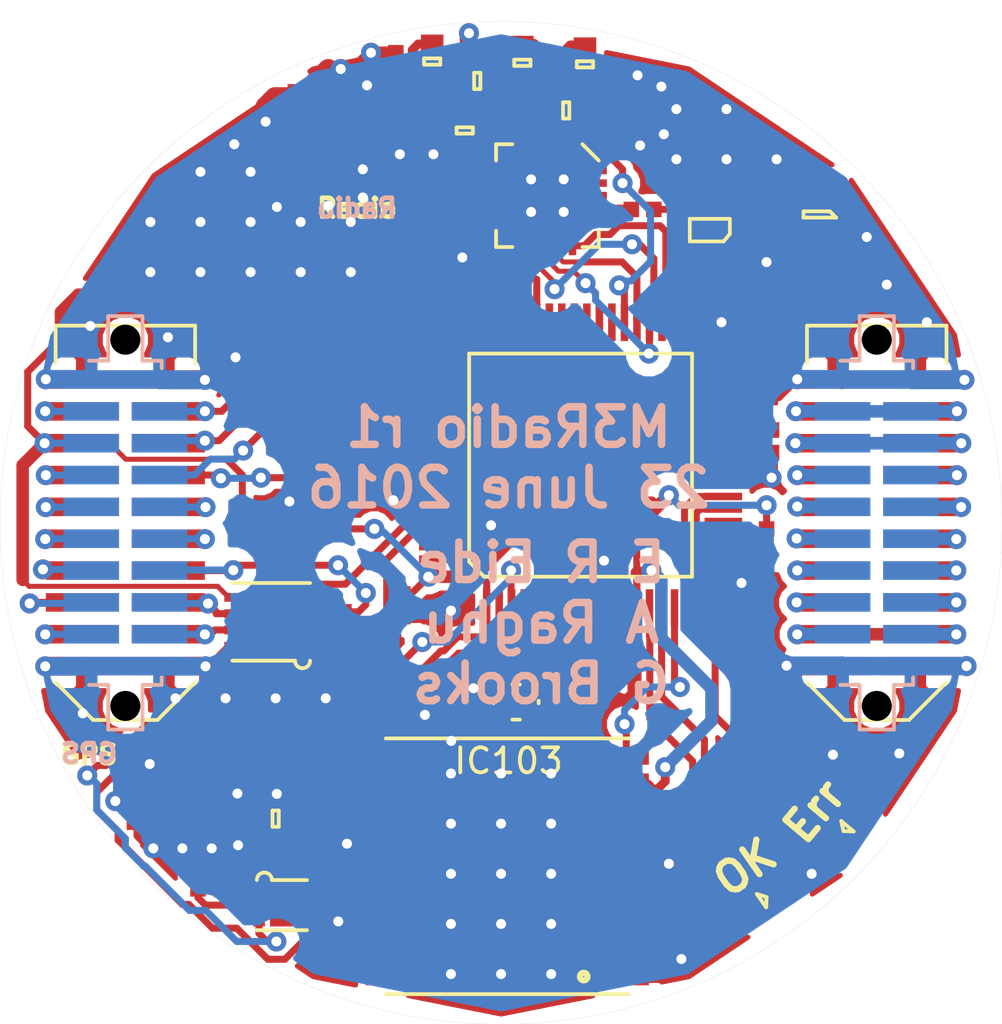
<source format=kicad_pcb>
(kicad_pcb (version 4) (host pcbnew 4.1.0-alpha+201605071002+6776~44~ubuntu14.04.1-product)
  (title_block (title "M3 Radio board layout") (date "8 feb 2016") (rev "Rev 1") (company "Cambridge University Spaceflight") (comment 1 "G Brooks") (comment 2 "A Raghu") (comment 3 "E R Eide") (comment 4 "Drawn by: "))
  (layers (0 F.Cu signal) (31 B.Cu signal) (34 B.Paste user) (35 F.Paste user) (36 B.SilkS user) (37 F.SilkS user) (38 B.Mask user) (39 F.Mask user) (44 Edge.Cuts user))
  (net 0 "")
  (net 1 GND)
  (net 2 "Net-(C101-Pad2)")
  (net 3 "Net-(C102-Pad1)")
  (net 4 3v3)
  (net 5 "Net-(C110-Pad1)")
  (net 6 "Net-(C111-Pad1)")
  (net 7 /5v_CAN)
  (net 8 "Net-(D101-Pad2)")
  (net 9 "Net-(D102-Pad2)")
  (net 10 "Net-(IC101-Pad6)")
  (net 11 /LED_RED)
  (net 12 /LED_GRN)
  (net 13 /Radio/Radio_nIRQ)
  (net 14 /Radio/Radio_nSEL)
  (net 15 /Radio/Radio_SCLK)
  (net 16 /Radio/Radio_SDO)
  (net 17 /Radio/Radio_SDI)
  (net 18 /JTMS)
  (net 19 /JTCK)
  (net 20 /JTDI)
  (net 21 /JTDO)
  (net 22 /CAN_RXD)
  (net 23 /CAN_TXD)
  (net 24 /CAN-)
  (net 25 /CAN+)
  (net 26 /3v3_IMU)
  (net 27 /3v3_FC)
  (net 28 /3v3_PYRO)
  (net 29 /JTDR)
  (net 30 /3v3_DL)
  (net 31 /RSVD1)
  (net 32 /3v3_AUX1)
  (net 33 /3v3_AUX2)
  (net 34 /RSVD2)
  (net 35 /PYRO_SO)
  (net 36 /PYRO_SI)
  (net 37 /5v_RADIO)
  (net 38 /PYRO1)
  (net 39 /5v_IMU)
  (net 40 /PYRO2)
  (net 41 /5v_AUX1)
  (net 42 /PYRO3)
  (net 43 /5v_AUX2)
  (net 44 /PYRO4)
  (net 45 /5v_CAM)
  (net 46 /PWR)
  (net 47 /CHARGE)
  (net 48 /Radio/RXp)
  (net 49 /Radio/RXn)
  (net 50 /Radio/TX_pin)
  (net 51 "Net-(C204-Pad2)")
  (net 52 "Net-(C205-Pad2)")
  (net 53 "Net-(C207-Pad1)")
  (net 54 "Net-(C208-Pad1)")
  (net 55 "Net-(C1-Pad2)")
  (net 56 "Net-(C2-Pad1)")
  (net 57 "Net-(C3-Pad2)")
  (net 58 "Net-(C5-Pad1)")
  (net 59 "Net-(C5-Pad2)")
  (net 60 "Net-(D1-Pad1)")
  (net 61 "Net-(IC1-Pad2)")
  (net 62 "Net-(IC101-Pad2)")
  (net 63 "Net-(IC101-Pad7)")
  (net 64 "Net-(IC101-Pad8)")
  (net 65 "Net-(IC101-Pad9)")
  (net 66 "Net-(IC101-Pad10)")
  (net 67 "Net-(IC101-Pad11)")
  (net 68 /GPS_RX)
  (net 69 /GPS_TX)
  (net 70 /GPS_RESET_N)
  (net 71 "Net-(IC101-Pad20)")
  (net 72 "Net-(IC101-Pad23)")
  (net 73 "Net-(IC101-Pad24)")
  (net 74 "Net-(IC101-Pad25)")
  (net 75 "Net-(IC101-Pad26)")
  (net 76 "Net-(IC101-Pad27)")
  (net 77 "Net-(IC101-Pad28)")
  (net 78 "Net-(IC101-Pad29)")
  (net 79 "Net-(IC101-Pad39)")
  (net 80 "Net-(IC101-Pad40)")
  (net 81 "Net-(IC101-Pad41)")
  (net 82 "Net-(IC101-Pad42)")
  (net 83 "Net-(IC101-Pad43)")
  (net 84 "Net-(IC101-Pad51)")
  (net 85 "Net-(IC101-Pad52)")
  (net 86 "Net-(IC101-Pad53)")
  (net 87 "Net-(IC101-Pad54)")
  (net 88 "Net-(IC101-Pad56)")
  (net 89 "Net-(IC101-Pad57)")
  (net 90 "Net-(IC101-Pad58)")
  (net 91 "Net-(IC101-Pad59)")
  (net 92 "Net-(IC103-Pad13)")
  (net 93 "Net-(IC103-Pad15)")
  (net 94 "Net-(IC103-Pad16)")
  (net 95 "Net-(IC103-Pad17)")
  (net 96 "Net-(IC103-Pad18)")
  (net 97 "Net-(IC103-Pad5)")
  (net 98 "Net-(IC103-Pad4)")
  (net 99 "Net-(IC201-Pad5)")
  (net 100 "Net-(IC201-Pad7)")
  (net 101 "Net-(IC201-Pad9)")
  (net 102 "Net-(IC201-Pad16)")
  (net 103 "Net-(IC201-Pad19)")
  (net 104 "Net-(IC201-Pad20)")
  (net 105 "Net-(L1-Pad1)")
  (net 106 "Net-(L2-Pad1)")
  (net 107 "Net-(Y201-Pad1)")
  (net 108 /Radio/Radio_SDN)
  (net 109 /Radio/Radio_GPIO1)
  (net 110 "Net-(IC101-Pad17)")
  (net 111 1v8)
  (net 112 /ANT_~FLAG)
  (net 113 /ANT_~EN)
  (net 114 "Net-(IC101-Pad30)")
  (net 115 "Net-(IC101-Pad38)")
  (net 116 "Net-(U1-Pad2)")
  (module agg:0402 (layer F.Cu) (at 91.75 113.25 180)
    (fp_text reference C1)
    (fp_text value 100nF)
    (pad 1 smd rect (at -0.45 0 180) (size 0.62 0.62) (layers F.Cu F.Paste F.Mask) (net 1 GND))
    (pad 2 smd rect (at 0.45 0 180) (size 0.62 0.62) (layers F.Cu F.Paste F.Mask) (net 55 "Net-(C1-Pad2)"))
  )
  (module M3radio:U.FL-R-SMT-1 (layer F.Cu) (at 87.05 111.15 180)
    (fp_text reference P101)
    (fp_text value COAX)
    (pad 1 smd rect (at 0 1.525 180) (size 1 1.05) (layers F.Cu F.Paste F.Mask) (net 60 "Net-(D1-Pad1)"))
    (pad 2 smd rect (at -1.475 0 180) (size 1.05 2.2) (layers F.Cu F.Paste F.Mask) (net 1 GND))
    (pad 2 smd rect (at 1.475 0 180) (size 1.05 2.2) (layers F.Cu F.Paste F.Mask) (net 1 GND))
  )
  (module agg:LQFP-64 (layer F.Cu) (at 103.175 97.7 90)
    (fp_text reference IC101)
    (fp_text value STM32F405RxTx)
    (pad 1 smd rect (at -5.7 -3.75 90) (size 1.5 0.3) (layers F.Cu F.Paste F.Mask) (net 4 3v3))
    (pad 2 smd rect (at -5.7 -3.25 90) (size 1.5 0.3) (layers F.Cu F.Paste F.Mask) (net 62 "Net-(IC101-Pad2)"))
    (pad 3 smd rect (at -5.7 -2.75 90) (size 1.5 0.3) (layers F.Cu F.Paste F.Mask) (net 112 /ANT_~FLAG))
    (pad 4 smd rect (at -5.7 -2.25 90) (size 1.5 0.3) (layers F.Cu F.Paste F.Mask) (net 113 /ANT_~EN))
    (pad 5 smd rect (at -5.7 -1.75 90) (size 1.5 0.3) (layers F.Cu F.Paste F.Mask) (net 2 "Net-(C101-Pad2)"))
    (pad 6 smd rect (at -5.7 -1.25 90) (size 1.5 0.3) (layers F.Cu F.Paste F.Mask) (net 10 "Net-(IC101-Pad6)"))
    (pad 7 smd rect (at -5.7 -0.75 90) (size 1.5 0.3) (layers F.Cu F.Paste F.Mask) (net 63 "Net-(IC101-Pad7)"))
    (pad 8 smd rect (at -5.7 -0.25 90) (size 1.5 0.3) (layers F.Cu F.Paste F.Mask) (net 64 "Net-(IC101-Pad8)"))
    (pad 9 smd rect (at -5.7 0.25 90) (size 1.5 0.3) (layers F.Cu F.Paste F.Mask) (net 65 "Net-(IC101-Pad9)"))
    (pad 10 smd rect (at -5.7 0.75 90) (size 1.5 0.3) (layers F.Cu F.Paste F.Mask) (net 66 "Net-(IC101-Pad10)"))
    (pad 11 smd rect (at -5.7 1.25 90) (size 1.5 0.3) (layers F.Cu F.Paste F.Mask) (net 67 "Net-(IC101-Pad11)"))
    (pad 12 smd rect (at -5.7 1.75 90) (size 1.5 0.3) (layers F.Cu F.Paste F.Mask) (net 1 GND))
    (pad 13 smd rect (at -5.7 2.25 90) (size 1.5 0.3) (layers F.Cu F.Paste F.Mask) (net 4 3v3))
    (pad 14 smd rect (at -5.7 2.75 90) (size 1.5 0.3) (layers F.Cu F.Paste F.Mask) (net 68 /GPS_RX))
    (pad 15 smd rect (at -5.7 3.25 90) (size 1.5 0.3) (layers F.Cu F.Paste F.Mask) (net 69 /GPS_TX))
    (pad 16 smd rect (at -5.7 3.75 90) (size 1.5 0.3) (layers F.Cu F.Paste F.Mask) (net 70 /GPS_RESET_N))
    (pad 17 smd rect (at -3.75 5.7 90) (size 0.3 1.5) (layers F.Cu F.Paste F.Mask) (net 110 "Net-(IC101-Pad17)"))
    (pad 18 smd rect (at -3.25 5.7 90) (size 0.3 1.5) (layers F.Cu F.Paste F.Mask) (net 1 GND))
    (pad 19 smd rect (at -2.75 5.7 90) (size 0.3 1.5) (layers F.Cu F.Paste F.Mask) (net 4 3v3))
    (pad 20 smd rect (at -2.25 5.7 90) (size 0.3 1.5) (layers F.Cu F.Paste F.Mask) (net 71 "Net-(IC101-Pad20)"))
    (pad 21 smd rect (at -1.75 5.7 90) (size 0.3 1.5) (layers F.Cu F.Paste F.Mask) (net 11 /LED_RED))
    (pad 22 smd rect (at -1.25 5.7 90) (size 0.3 1.5) (layers F.Cu F.Paste F.Mask) (net 12 /LED_GRN))
    (pad 23 smd rect (at -0.75 5.7 90) (size 0.3 1.5) (layers F.Cu F.Paste F.Mask) (net 72 "Net-(IC101-Pad23)"))
    (pad 24 smd rect (at -0.25 5.7 90) (size 0.3 1.5) (layers F.Cu F.Paste F.Mask) (net 73 "Net-(IC101-Pad24)"))
    (pad 25 smd rect (at 0.25 5.7 90) (size 0.3 1.5) (layers F.Cu F.Paste F.Mask) (net 74 "Net-(IC101-Pad25)"))
    (pad 26 smd rect (at 0.75 5.7 90) (size 0.3 1.5) (layers F.Cu F.Paste F.Mask) (net 75 "Net-(IC101-Pad26)"))
    (pad 27 smd rect (at 1.25 5.7 90) (size 0.3 1.5) (layers F.Cu F.Paste F.Mask) (net 76 "Net-(IC101-Pad27)"))
    (pad 28 smd rect (at 1.75 5.7 90) (size 0.3 1.5) (layers F.Cu F.Paste F.Mask) (net 77 "Net-(IC101-Pad28)"))
    (pad 29 smd rect (at 2.25 5.7 90) (size 0.3 1.5) (layers F.Cu F.Paste F.Mask) (net 78 "Net-(IC101-Pad29)"))
    (pad 30 smd rect (at 2.75 5.7 90) (size 0.3 1.5) (layers F.Cu F.Paste F.Mask) (net 114 "Net-(IC101-Pad30)"))
    (pad 31 smd rect (at 3.25 5.7 90) (size 0.3 1.5) (layers F.Cu F.Paste F.Mask) (net 6 "Net-(C111-Pad1)"))
    (pad 32 smd rect (at 3.75 5.7 90) (size 0.3 1.5) (layers F.Cu F.Paste F.Mask) (net 4 3v3))
    (pad 33 smd rect (at 5.7 3.75 90) (size 1.5 0.3) (layers F.Cu F.Paste F.Mask) (net 14 /Radio/Radio_nSEL))
    (pad 34 smd rect (at 5.7 3.25 90) (size 1.5 0.3) (layers F.Cu F.Paste F.Mask) (net 15 /Radio/Radio_SCLK))
    (pad 35 smd rect (at 5.7 2.75 90) (size 1.5 0.3) (layers F.Cu F.Paste F.Mask) (net 16 /Radio/Radio_SDO))
    (pad 36 smd rect (at 5.7 2.25 90) (size 1.5 0.3) (layers F.Cu F.Paste F.Mask) (net 17 /Radio/Radio_SDI))
    (pad 37 smd rect (at 5.7 1.75 90) (size 1.5 0.3) (layers F.Cu F.Paste F.Mask) (net 108 /Radio/Radio_SDN))
    (pad 38 smd rect (at 5.7 1.25 90) (size 1.5 0.3) (layers F.Cu F.Paste F.Mask) (net 115 "Net-(IC101-Pad38)"))
    (pad 39 smd rect (at 5.7 0.75 90) (size 1.5 0.3) (layers F.Cu F.Paste F.Mask) (net 79 "Net-(IC101-Pad39)"))
    (pad 40 smd rect (at 5.7 0.25 90) (size 1.5 0.3) (layers F.Cu F.Paste F.Mask) (net 80 "Net-(IC101-Pad40)"))
    (pad 41 smd rect (at 5.7 -0.25 90) (size 1.5 0.3) (layers F.Cu F.Paste F.Mask) (net 81 "Net-(IC101-Pad41)"))
    (pad 42 smd rect (at 5.7 -0.75 90) (size 1.5 0.3) (layers F.Cu F.Paste F.Mask) (net 82 "Net-(IC101-Pad42)"))
    (pad 43 smd rect (at 5.7 -1.25 90) (size 1.5 0.3) (layers F.Cu F.Paste F.Mask) (net 83 "Net-(IC101-Pad43)"))
    (pad 44 smd rect (at 5.7 -1.75 90) (size 1.5 0.3) (layers F.Cu F.Paste F.Mask) (net 13 /Radio/Radio_nIRQ))
    (pad 45 smd rect (at 5.7 -2.25 90) (size 1.5 0.3) (layers F.Cu F.Paste F.Mask) (net 109 /Radio/Radio_GPIO1))
    (pad 46 smd rect (at 5.7 -2.75 90) (size 1.5 0.3) (layers F.Cu F.Paste F.Mask) (net 18 /JTMS))
    (pad 47 smd rect (at 5.7 -3.25 90) (size 1.5 0.3) (layers F.Cu F.Paste F.Mask) (net 5 "Net-(C110-Pad1)"))
    (pad 48 smd rect (at 5.7 -3.75 90) (size 1.5 0.3) (layers F.Cu F.Paste F.Mask) (net 4 3v3))
    (pad 49 smd rect (at 3.75 -5.7 90) (size 0.3 1.5) (layers F.Cu F.Paste F.Mask) (net 19 /JTCK))
    (pad 50 smd rect (at 3.25 -5.7 90) (size 0.3 1.5) (layers F.Cu F.Paste F.Mask) (net 20 /JTDI))
    (pad 51 smd rect (at 2.75 -5.7 90) (size 0.3 1.5) (layers F.Cu F.Paste F.Mask) (net 84 "Net-(IC101-Pad51)"))
    (pad 52 smd rect (at 2.25 -5.7 90) (size 0.3 1.5) (layers F.Cu F.Paste F.Mask) (net 85 "Net-(IC101-Pad52)"))
    (pad 53 smd rect (at 1.75 -5.7 90) (size 0.3 1.5) (layers F.Cu F.Paste F.Mask) (net 86 "Net-(IC101-Pad53)"))
    (pad 54 smd rect (at 1.25 -5.7 90) (size 0.3 1.5) (layers F.Cu F.Paste F.Mask) (net 87 "Net-(IC101-Pad54)"))
    (pad 55 smd rect (at 0.75 -5.7 90) (size 0.3 1.5) (layers F.Cu F.Paste F.Mask) (net 21 /JTDO))
    (pad 56 smd rect (at 0.25 -5.7 90) (size 0.3 1.5) (layers F.Cu F.Paste F.Mask) (net 88 "Net-(IC101-Pad56)"))
    (pad 57 smd rect (at -0.25 -5.7 90) (size 0.3 1.5) (layers F.Cu F.Paste F.Mask) (net 89 "Net-(IC101-Pad57)"))
    (pad 58 smd rect (at -0.75 -5.7 90) (size 0.3 1.5) (layers F.Cu F.Paste F.Mask) (net 90 "Net-(IC101-Pad58)"))
    (pad 59 smd rect (at -1.25 -5.7 90) (size 0.3 1.5) (layers F.Cu F.Paste F.Mask) (net 91 "Net-(IC101-Pad59)"))
    (pad 60 smd rect (at -1.75 -5.7 90) (size 0.3 1.5) (layers F.Cu F.Paste F.Mask) (net 1 GND))
    (pad 61 smd rect (at -2.25 -5.7 90) (size 0.3 1.5) (layers F.Cu F.Paste F.Mask) (net 22 /CAN_RXD))
    (pad 62 smd rect (at -2.75 -5.7 90) (size 0.3 1.5) (layers F.Cu F.Paste F.Mask) (net 23 /CAN_TXD))
    (pad 63 smd rect (at -3.25 -5.7 90) (size 0.3 1.5) (layers F.Cu F.Paste F.Mask) (net 1 GND))
    (pad 64 smd rect (at -3.75 -5.7 90) (size 0.3 1.5) (layers F.Cu F.Paste F.Mask) (net 4 3v3))
  )
  (module M3radio:MAX-7Q (layer F.Cu) (at 95.5 109.3)
    (fp_text reference IC103 (at 4.8 0.2) (layer F.SilkS))
    (fp_text value MAX-7Q hide)
    (pad 10 smd rect (at 0 0) (size 1.8 0.7) (layers F.Cu F.Paste F.Mask) (net 1 GND))
    (pad 11 smd rect (at 0 1.1) (size 1.8 0.8) (layers F.Cu F.Paste F.Mask) (net 60 "Net-(D1-Pad1)"))
    (pad 12 smd rect (at 0 2.2) (size 1.8 0.8) (layers F.Cu F.Paste F.Mask) (net 1 GND))
    (pad 13 smd rect (at 0 3.3) (size 1.8 0.8) (layers F.Cu F.Paste F.Mask) (net 92 "Net-(IC103-Pad13)"))
    (pad 14 smd rect (at 0 4.4) (size 1.8 0.8) (layers F.Cu F.Paste F.Mask) (net 56 "Net-(C2-Pad1)"))
    (pad 15 smd rect (at 0 5.5) (size 1.8 0.8) (layers F.Cu F.Paste F.Mask) (net 93 "Net-(IC103-Pad15)"))
    (pad 16 smd rect (at 0 6.6) (size 1.8 0.8) (layers F.Cu F.Paste F.Mask) (net 94 "Net-(IC103-Pad16)"))
    (pad 17 smd rect (at 0 7.7) (size 1.8 0.8) (layers F.Cu F.Paste F.Mask) (net 95 "Net-(IC103-Pad17)"))
    (pad 18 smd rect (at 0 8.8) (size 1.8 0.7) (layers F.Cu F.Paste F.Mask) (net 96 "Net-(IC103-Pad18)"))
    (pad 9 smd rect (at 9.5 0) (size 1.8 0.7) (layers F.Cu F.Paste F.Mask) (net 70 /GPS_RESET_N))
    (pad 1 smd rect (at 9.5 8.8) (size 1.8 0.7) (layers F.Cu F.Paste F.Mask) (net 1 GND))
    (pad 8 smd rect (at 9.5 1.1) (size 1.8 0.8) (layers F.Cu F.Paste F.Mask) (net 4 3v3))
    (pad 7 smd rect (at 9.5 2.2) (size 1.8 0.8) (layers F.Cu F.Paste F.Mask) (net 4 3v3))
    (pad 6 smd rect (at 9.5 3.3) (size 1.8 0.8) (layers F.Cu F.Paste F.Mask) (net 4 3v3))
    (pad 5 smd rect (at 9.5 4.4) (size 1.8 0.8) (layers F.Cu F.Paste F.Mask) (net 97 "Net-(IC103-Pad5)"))
    (pad 4 smd rect (at 9.5 5.5) (size 1.8 0.8) (layers F.Cu F.Paste F.Mask) (net 98 "Net-(IC103-Pad4)"))
    (pad 3 smd rect (at 9.5 6.6) (size 1.8 0.8) (layers F.Cu F.Paste F.Mask) (net 68 /GPS_RX))
    (pad 2 smd rect (at 9.5 7.7) (size 1.8 0.8) (layers F.Cu F.Paste F.Mask) (net 69 /GPS_TX))
  )
  (module agg:0402 (layer F.Cu) (at 110.8 96.75 270)
    (fp_text reference C111)
    (fp_text value 2µ2)
    (pad 1 smd rect (at -0.45 0 270) (size 0.62 0.62) (layers F.Cu F.Paste F.Mask) (net 6 "Net-(C111-Pad1)"))
    (pad 2 smd rect (at 0.45 0 270) (size 0.62 0.62) (layers F.Cu F.Paste F.Mask) (net 1 GND))
  )
  (module agg:0402 (layer F.Cu) (at 106.87 112.11 270)
    (fp_text reference C113)
    (fp_text value 100nF)
    (pad 1 smd rect (at -0.45 0 270) (size 0.62 0.62) (layers F.Cu F.Paste F.Mask) (net 4 3v3))
    (pad 2 smd rect (at 0.45 0 270) (size 0.62 0.62) (layers F.Cu F.Paste F.Mask) (net 1 GND))
  )
  (module agg:0402 (layer F.Cu) (at 99.4 105.2)
    (fp_text reference C101)
    (fp_text value 10p)
    (pad 1 smd rect (at -0.45 0) (size 0.62 0.62) (layers F.Cu F.Paste F.Mask) (net 1 GND))
    (pad 2 smd rect (at 0.45 0) (size 0.62 0.62) (layers F.Cu F.Paste F.Mask) (net 2 "Net-(C101-Pad2)"))
  )
  (module agg:TFML-110-02-L-D (layer F.Cu) (at 85 100 270)
    (fp_text reference J101)
    (fp_text value "WEST TOP")
    (pad 1 smd rect (at -5.715 1.715 270) (size 0.74 2.92) (layers F.Cu F.Paste F.Mask) (net 1 GND))
    (pad 2 smd rect (at -5.715 -1.715 270) (size 0.74 2.92) (layers F.Cu F.Paste F.Mask) (net 1 GND))
    (pad 3 smd rect (at -4.445 1.715 270) (size 0.74 2.92) (layers F.Cu F.Paste F.Mask) (net 26 /3v3_IMU))
    (pad 4 smd rect (at -4.445 -1.715 270) (size 0.74 2.92) (layers F.Cu F.Paste F.Mask) (net 18 /JTMS))
    (pad 5 smd rect (at -3.175 1.715 270) (size 0.74 2.92) (layers F.Cu F.Paste F.Mask) (net 4 3v3))
    (pad 6 smd rect (at -3.175 -1.715 270) (size 0.74 2.92) (layers F.Cu F.Paste F.Mask) (net 19 /JTCK))
    (pad 7 smd rect (at -1.905 1.715 270) (size 0.74 2.92) (layers F.Cu F.Paste F.Mask) (net 27 /3v3_FC))
    (pad 8 smd rect (at -1.905 -1.715 270) (size 0.74 2.92) (layers F.Cu F.Paste F.Mask) (net 21 /JTDO))
    (pad 9 smd rect (at -0.635 1.715 270) (size 0.74 2.92) (layers F.Cu F.Paste F.Mask) (net 28 /3v3_PYRO))
    (pad 10 smd rect (at -0.635 -1.715 270) (size 0.74 2.92) (layers F.Cu F.Paste F.Mask) (net 29 /JTDR))
    (pad 11 smd rect (at 0.635 1.715 270) (size 0.74 2.92) (layers F.Cu F.Paste F.Mask) (net 30 /3v3_DL))
    (pad 12 smd rect (at 0.635 -1.715 270) (size 0.74 2.92) (layers F.Cu F.Paste F.Mask) (net 31 /RSVD1))
    (pad 13 smd rect (at 1.905 1.715 270) (size 0.74 2.92) (layers F.Cu F.Paste F.Mask) (net 32 /3v3_AUX1))
    (pad 14 smd rect (at 1.905 -1.715 270) (size 0.74 2.92) (layers F.Cu F.Paste F.Mask) (net 7 /5v_CAN))
    (pad 15 smd rect (at 3.175 1.715 270) (size 0.74 2.92) (layers F.Cu F.Paste F.Mask) (net 33 /3v3_AUX2))
    (pad 16 smd rect (at 3.175 -1.715 270) (size 0.74 2.92) (layers F.Cu F.Paste F.Mask) (net 24 /CAN-))
    (pad 17 smd rect (at 4.445 1.715 270) (size 0.74 2.92) (layers F.Cu F.Paste F.Mask) (net 34 /RSVD2))
    (pad 18 smd rect (at 4.445 -1.715 270) (size 0.74 2.92) (layers F.Cu F.Paste F.Mask) (net 25 /CAN+))
    (pad 19 smd rect (at 5.715 1.715 270) (size 0.74 2.92) (layers F.Cu F.Paste F.Mask) (net 1 GND))
    (pad 20 smd rect (at 5.715 -1.715 270) (size 0.74 2.92) (layers F.Cu F.Paste F.Mask) (net 1 GND))
  )
  (module agg:0402 (layer F.Cu) (at 102.8 107.15 270)
    (fp_text reference C102)
    (fp_text value 10p)
    (pad 1 smd rect (at -0.45 0 270) (size 0.62 0.62) (layers F.Cu F.Paste F.Mask) (net 3 "Net-(C102-Pad1)"))
    (pad 2 smd rect (at 0.45 0 270) (size 0.62 0.62) (layers F.Cu F.Paste F.Mask) (net 1 GND))
  )
  (module agg:0402 (layer F.Cu) (at 110.75 92.35 270)
    (fp_text reference C103)
    (fp_text value 4µ7)
    (pad 1 smd rect (at -0.45 0 270) (size 0.62 0.62) (layers F.Cu F.Paste F.Mask) (net 1 GND))
    (pad 2 smd rect (at 0.45 0 270) (size 0.62 0.62) (layers F.Cu F.Paste F.Mask) (net 4 3v3))
  )
  (module agg:0402 (layer F.Cu) (at 110.75 94.55 90)
    (fp_text reference C104)
    (fp_text value 100n)
    (pad 1 smd rect (at -0.45 0 90) (size 0.62 0.62) (layers F.Cu F.Paste F.Mask) (net 1 GND))
    (pad 2 smd rect (at 0.45 0 90) (size 0.62 0.62) (layers F.Cu F.Paste F.Mask) (net 4 3v3))
  )
  (module agg:0402 (layer F.Cu) (at 96.08 103.29 90)
    (fp_text reference C105)
    (fp_text value 100n)
    (pad 1 smd rect (at -0.45 0 90) (size 0.62 0.62) (layers F.Cu F.Paste F.Mask) (net 1 GND))
    (pad 2 smd rect (at 0.45 0 90) (size 0.62 0.62) (layers F.Cu F.Paste F.Mask) (net 4 3v3))
  )
  (module agg:0402 (layer F.Cu) (at 104.05 105.55 90)
    (fp_text reference C106)
    (fp_text value 1µ)
    (pad 1 smd rect (at -0.45 0 90) (size 0.62 0.62) (layers F.Cu F.Paste F.Mask) (net 1 GND))
    (pad 2 smd rect (at 0.45 0 90) (size 0.62 0.62) (layers F.Cu F.Paste F.Mask) (net 4 3v3))
  )
  (module agg:0402 (layer F.Cu) (at 110.6 100.7 90)
    (fp_text reference C107)
    (fp_text value 100n)
    (pad 1 smd rect (at -0.45 0 90) (size 0.62 0.62) (layers F.Cu F.Paste F.Mask) (net 1 GND))
    (pad 2 smd rect (at 0.45 0 90) (size 0.62 0.62) (layers F.Cu F.Paste F.Mask) (net 4 3v3))
  )
  (module agg:0402 (layer F.Cu) (at 105.3 105.55 90)
    (fp_text reference C108)
    (fp_text value 100n)
    (pad 1 smd rect (at -0.45 0 90) (size 0.62 0.62) (layers F.Cu F.Paste F.Mask) (net 1 GND))
    (pad 2 smd rect (at 0.45 0 90) (size 0.62 0.62) (layers F.Cu F.Paste F.Mask) (net 4 3v3))
  )
  (module agg:0402 (layer F.Cu) (at 97.206 90.348)
    (fp_text reference C109)
    (fp_text value 100n)
    (pad 1 smd rect (at -0.45 0) (size 0.62 0.62) (layers F.Cu F.Paste F.Mask) (net 1 GND))
    (pad 2 smd rect (at 0.45 0) (size 0.62 0.62) (layers F.Cu F.Paste F.Mask) (net 4 3v3))
  )
  (module agg:0402 (layer F.Cu) (at 99.3 90.348 180)
    (fp_text reference C110)
    (fp_text value 2µ2)
    (pad 1 smd rect (at -0.45 0 180) (size 0.62 0.62) (layers F.Cu F.Paste F.Mask) (net 5 "Net-(C110-Pad1)"))
    (pad 2 smd rect (at 0.45 0 180) (size 0.62 0.62) (layers F.Cu F.Paste F.Mask) (net 1 GND))
  )
  (module agg:0402 (layer F.Cu) (at 93.725 104 270)
    (fp_text reference C112)
    (fp_text value 100n)
    (pad 1 smd rect (at -0.45 0 270) (size 0.62 0.62) (layers F.Cu F.Paste F.Mask) (net 7 /5v_CAN))
    (pad 2 smd rect (at 0.45 0 270) (size 0.62 0.62) (layers F.Cu F.Paste F.Mask) (net 1 GND))
  )
  (module agg:0603-LED (layer F.Cu) (at 113.75 112.2 50)
    (fp_text reference D101)
    (fp_text value RED)
    (pad 1 smd rect (at -0.8 0 50) (size 0.95 1) (layers F.Cu F.Paste F.Mask) (net 1 GND))
    (pad 2 smd rect (at 0.8 0 50) (size 0.95 1) (layers F.Cu F.Paste F.Mask) (net 8 "Net-(D101-Pad2)"))
  )
  (module agg:0603-LED (layer F.Cu) (at 110.5 115 215)
    (fp_text reference D102)
    (fp_text value GRN)
    (pad 1 smd rect (at -0.8 0 215) (size 0.95 1) (layers F.Cu F.Paste F.Mask) (net 1 GND))
    (pad 2 smd rect (at 0.8 0 215) (size 0.95 1) (layers F.Cu F.Paste F.Mask) (net 9 "Net-(D102-Pad2)"))
  )
  (module agg:DFN-8-EP-MICROCHIP (layer F.Cu) (at 90.825 103.95 180)
    (fp_text reference IC102)
    (fp_text value MCP2562)
    (pad 1 smd rect (at -1.55 -0.975 180) (size 0.65 0.35) (layers F.Cu F.Paste F.Mask) (net 23 /CAN_TXD))
    (pad 2 smd rect (at -1.55 -0.325 180) (size 0.65 0.35) (layers F.Cu F.Paste F.Mask) (net 1 GND))
    (pad 3 smd rect (at -1.55 0.325 180) (size 0.65 0.35) (layers F.Cu F.Paste F.Mask) (net 7 /5v_CAN))
    (pad 4 smd rect (at -1.55 0.975 180) (size 0.65 0.35) (layers F.Cu F.Paste F.Mask) (net 22 /CAN_RXD))
    (pad 5 smd rect (at 1.55 0.975 180) (size 0.65 0.35) (layers F.Cu F.Paste F.Mask) (net 4 3v3))
    (pad 6 smd rect (at 1.55 0.325 180) (size 0.65 0.35) (layers F.Cu F.Paste F.Mask) (net 24 /CAN-))
    (pad 7 smd rect (at 1.55 -0.325 180) (size 0.65 0.35) (layers F.Cu F.Paste F.Mask) (net 25 /CAN+))
    (pad 8 smd rect (at 1.55 -0.975 180) (size 0.65 0.35) (layers F.Cu F.Paste F.Mask) (net 1 GND))
    (pad EP smd rect (at 0 -0.6 180) (size 0.8 0.8) (layers F.Cu F.Mask) (net 1 GND))
    (pad EP smd rect (at 0 0.6 180) (size 0.8 0.8) (layers F.Cu F.Mask) (net 1 GND))
    (pad EP smd rect (at 0 -0.6 180) (size 0.8 0.8) (layers F.Cu F.Paste) (net 1 GND))
    (pad EP smd rect (at 0 0.6 180) (size 0.8 0.8) (layers F.Cu F.Paste) (net 1 GND))
    (pad EP smd rect (at 0 0 180) (size 1.55 2.4) (layers F.Cu) (net 1 GND))
  )
  (module agg:QFN-20-EP-SI (layer F.Cu) (at 101.85 86.95 270)
    (fp_text reference IC201)
    (fp_text value Si4460)
    (pad 1 smd rect (at -2 -1 270) (size 0.75 0.3) (layers F.Cu F.Paste F.Mask) (net 108 /Radio/Radio_SDN))
    (pad 2 smd rect (at -2 -0.5 270) (size 0.75 0.3) (layers F.Cu F.Paste F.Mask) (net 48 /Radio/RXp))
    (pad 3 smd rect (at -2 0 270) (size 0.75 0.3) (layers F.Cu F.Paste F.Mask) (net 49 /Radio/RXn))
    (pad 4 smd rect (at -2 0.5 270) (size 0.75 0.3) (layers F.Cu F.Paste F.Mask) (net 50 /Radio/TX_pin))
    (pad 5 smd rect (at -2 1 270) (size 0.75 0.3) (layers F.Cu F.Paste F.Mask) (net 99 "Net-(IC201-Pad5)"))
    (pad 6 smd rect (at -1 2 270) (size 0.3 0.75) (layers F.Cu F.Paste F.Mask) (net 4 3v3))
    (pad 7 smd rect (at -0.5 2 270) (size 0.3 0.75) (layers F.Cu F.Paste F.Mask) (net 100 "Net-(IC201-Pad7)"))
    (pad 8 smd rect (at 0 2 270) (size 0.3 0.75) (layers F.Cu F.Paste F.Mask) (net 4 3v3))
    (pad 9 smd rect (at 0.5 2 270) (size 0.3 0.75) (layers F.Cu F.Paste F.Mask) (net 101 "Net-(IC201-Pad9)"))
    (pad 10 smd rect (at 1 2 270) (size 0.3 0.75) (layers F.Cu F.Paste F.Mask) (net 109 /Radio/Radio_GPIO1))
    (pad 11 smd rect (at 2 1 270) (size 0.75 0.3) (layers F.Cu F.Paste F.Mask) (net 13 /Radio/Radio_nIRQ))
    (pad 12 smd rect (at 2 0.5 270) (size 0.75 0.3) (layers F.Cu F.Paste F.Mask) (net 15 /Radio/Radio_SCLK))
    (pad 13 smd rect (at 2 0 270) (size 0.75 0.3) (layers F.Cu F.Paste F.Mask) (net 16 /Radio/Radio_SDO))
    (pad 14 smd rect (at 2 -0.5 270) (size 0.75 0.3) (layers F.Cu F.Paste F.Mask) (net 17 /Radio/Radio_SDI))
    (pad 15 smd rect (at 2 -1 270) (size 0.75 0.3) (layers F.Cu F.Paste F.Mask) (net 14 /Radio/Radio_nSEL))
    (pad 16 smd rect (at 1 -2 270) (size 0.3 0.75) (layers F.Cu F.Paste F.Mask) (net 102 "Net-(IC201-Pad16)"))
    (pad 17 smd rect (at 0.5 -2 270) (size 0.3 0.75) (layers F.Cu F.Paste F.Mask) (net 58 "Net-(C5-Pad1)"))
    (pad 18 smd rect (at 0 -2 270) (size 0.3 0.75) (layers F.Cu F.Paste F.Mask) (net 1 GND))
    (pad 19 smd rect (at -0.5 -2 270) (size 0.3 0.75) (layers F.Cu F.Paste F.Mask) (net 103 "Net-(IC201-Pad19)"))
    (pad 20 smd rect (at -1 -2 270) (size 0.3 0.75) (layers F.Cu F.Paste F.Mask) (net 104 "Net-(IC201-Pad20)"))
    (pad EP smd rect (at -0.65 -0.65 270) (size 1.1 1.1) (layers F.Cu F.Paste) (net 1 GND))
    (pad EP smd rect (at -0.65 0.65 270) (size 1.1 1.1) (layers F.Cu F.Paste) (net 1 GND))
    (pad EP smd rect (at 0.65 -0.65 270) (size 1.1 1.1) (layers F.Cu F.Paste) (net 1 GND))
    (pad EP smd rect (at 0.65 0.65 270) (size 1.1 1.1) (layers F.Cu F.Paste) (net 1 GND))
    (pad EP smd rect (at 0 0 270) (size 2.6 2.6) (layers F.Cu F.Mask) (net 1 GND))
  )
  (module agg:SFML-110-02-L-D-LC (layer B.Cu) (at 85 100 270)
    (fp_text reference J102)
    (fp_text value "WEST BOT")
    (pad 1 smd rect (at -5.715 1.365 270) (size 0.74 2.22) (layers B.Cu B.Paste B.Mask) (net 1 GND))
    (pad 2 smd rect (at -5.715 -1.365 270) (size 0.74 2.22) (layers B.Cu B.Paste B.Mask) (net 1 GND))
    (pad 3 smd rect (at -4.445 1.365 270) (size 0.74 2.22) (layers B.Cu B.Paste B.Mask) (net 26 /3v3_IMU))
    (pad 4 smd rect (at -4.445 -1.365 270) (size 0.74 2.22) (layers B.Cu B.Paste B.Mask) (net 18 /JTMS))
    (pad 5 smd rect (at -3.175 1.365 270) (size 0.74 2.22) (layers B.Cu B.Paste B.Mask) (net 4 3v3))
    (pad 6 smd rect (at -3.175 -1.365 270) (size 0.74 2.22) (layers B.Cu B.Paste B.Mask) (net 19 /JTCK))
    (pad 7 smd rect (at -1.905 1.365 270) (size 0.74 2.22) (layers B.Cu B.Paste B.Mask) (net 27 /3v3_FC))
    (pad 8 smd rect (at -1.905 -1.365 270) (size 0.74 2.22) (layers B.Cu B.Paste B.Mask) (net 20 /JTDI))
    (pad 9 smd rect (at -0.635 1.365 270) (size 0.74 2.22) (layers B.Cu B.Paste B.Mask) (net 28 /3v3_PYRO))
    (pad 10 smd rect (at -0.635 -1.365 270) (size 0.74 2.22) (layers B.Cu B.Paste B.Mask) (net 29 /JTDR))
    (pad 11 smd rect (at 0.635 1.365 270) (size 0.74 2.22) (layers B.Cu B.Paste B.Mask) (net 30 /3v3_DL))
    (pad 12 smd rect (at 0.635 -1.365 270) (size 0.74 2.22) (layers B.Cu B.Paste B.Mask) (net 31 /RSVD1))
    (pad 13 smd rect (at 1.905 1.365 270) (size 0.74 2.22) (layers B.Cu B.Paste B.Mask) (net 32 /3v3_AUX1))
    (pad 14 smd rect (at 1.905 -1.365 270) (size 0.74 2.22) (layers B.Cu B.Paste B.Mask) (net 7 /5v_CAN))
    (pad 15 smd rect (at 3.175 1.365 270) (size 0.74 2.22) (layers B.Cu B.Paste B.Mask) (net 33 /3v3_AUX2))
    (pad 16 smd rect (at 3.175 -1.365 270) (size 0.74 2.22) (layers B.Cu B.Paste B.Mask) (net 24 /CAN-))
    (pad 17 smd rect (at 4.445 1.365 270) (size 0.74 2.22) (layers B.Cu B.Paste B.Mask) (net 34 /RSVD2))
    (pad 18 smd rect (at 4.445 -1.365 270) (size 0.74 2.22) (layers B.Cu B.Paste B.Mask) (net 25 /CAN+))
    (pad 19 smd rect (at 5.715 1.365 270) (size 0.74 2.22) (layers B.Cu B.Paste B.Mask) (net 1 GND))
    (pad 20 smd rect (at 5.715 -1.365 270) (size 0.74 2.22) (layers B.Cu B.Paste B.Mask) (net 1 GND))
    (pad "" np_thru_hole circle (at 7.305 0 270) (size 1.2 1.2) (drill 1.2) (layers *.Mask))
    (pad "" np_thru_hole circle (at -7.305 0 270) (size 1.2 1.2) (drill 1.2) (layers *.Mask))
  )
  (module agg:TFML-110-02-L-D (layer F.Cu) (at 115 100 270)
    (fp_text reference J103)
    (fp_text value "EAST TOP")
    (pad 1 smd rect (at -5.715 1.715 270) (size 0.74 2.92) (layers F.Cu F.Paste F.Mask) (net 1 GND))
    (pad 2 smd rect (at -5.715 -1.715 270) (size 0.74 2.92) (layers F.Cu F.Paste F.Mask) (net 1 GND))
    (pad 3 smd rect (at -4.445 1.715 270) (size 0.74 2.92) (layers F.Cu F.Paste F.Mask) (net 35 /PYRO_SO))
    (pad 4 smd rect (at -4.445 -1.715 270) (size 0.74 2.92) (layers F.Cu F.Paste F.Mask) (net 35 /PYRO_SO))
    (pad 5 smd rect (at -3.175 1.715 270) (size 0.74 2.92) (layers F.Cu F.Paste F.Mask) (net 36 /PYRO_SI))
    (pad 6 smd rect (at -3.175 -1.715 270) (size 0.74 2.92) (layers F.Cu F.Paste F.Mask) (net 36 /PYRO_SI))
    (pad 7 smd rect (at -1.905 1.715 270) (size 0.74 2.92) (layers F.Cu F.Paste F.Mask) (net 37 /5v_RADIO))
    (pad 8 smd rect (at -1.905 -1.715 270) (size 0.74 2.92) (layers F.Cu F.Paste F.Mask) (net 38 /PYRO1))
    (pad 9 smd rect (at -0.635 1.715 270) (size 0.74 2.92) (layers F.Cu F.Paste F.Mask) (net 39 /5v_IMU))
    (pad 10 smd rect (at -0.635 -1.715 270) (size 0.74 2.92) (layers F.Cu F.Paste F.Mask) (net 40 /PYRO2))
    (pad 11 smd rect (at 0.635 1.715 270) (size 0.74 2.92) (layers F.Cu F.Paste F.Mask) (net 41 /5v_AUX1))
    (pad 12 smd rect (at 0.635 -1.715 270) (size 0.74 2.92) (layers F.Cu F.Paste F.Mask) (net 42 /PYRO3))
    (pad 13 smd rect (at 1.905 1.715 270) (size 0.74 2.92) (layers F.Cu F.Paste F.Mask) (net 43 /5v_AUX2))
    (pad 14 smd rect (at 1.905 -1.715 270) (size 0.74 2.92) (layers F.Cu F.Paste F.Mask) (net 44 /PYRO4))
    (pad 15 smd rect (at 3.175 1.715 270) (size 0.74 2.92) (layers F.Cu F.Paste F.Mask) (net 45 /5v_CAM))
    (pad 16 smd rect (at 3.175 -1.715 270) (size 0.74 2.92) (layers F.Cu F.Paste F.Mask) (net 46 /PWR))
    (pad 17 smd rect (at 4.445 1.715 270) (size 0.74 2.92) (layers F.Cu F.Paste F.Mask) (net 47 /CHARGE))
    (pad 18 smd rect (at 4.445 -1.715 270) (size 0.74 2.92) (layers F.Cu F.Paste F.Mask) (net 47 /CHARGE))
    (pad 19 smd rect (at 5.715 1.715 270) (size 0.74 2.92) (layers F.Cu F.Paste F.Mask) (net 1 GND))
    (pad 20 smd rect (at 5.715 -1.715 270) (size 0.74 2.92) (layers F.Cu F.Paste F.Mask) (net 1 GND))
  )
  (module agg:SFML-110-02-L-D-LC (layer B.Cu) (at 115 100 270)
    (fp_text reference J104)
    (fp_text value "EAST BOT")
    (pad 1 smd rect (at -5.715 1.365 270) (size 0.74 2.22) (layers B.Cu B.Paste B.Mask) (net 1 GND))
    (pad 2 smd rect (at -5.715 -1.365 270) (size 0.74 2.22) (layers B.Cu B.Paste B.Mask) (net 1 GND))
    (pad 3 smd rect (at -4.445 1.365 270) (size 0.74 2.22) (layers B.Cu B.Paste B.Mask) (net 35 /PYRO_SO))
    (pad 4 smd rect (at -4.445 -1.365 270) (size 0.74 2.22) (layers B.Cu B.Paste B.Mask) (net 35 /PYRO_SO))
    (pad 5 smd rect (at -3.175 1.365 270) (size 0.74 2.22) (layers B.Cu B.Paste B.Mask) (net 36 /PYRO_SI))
    (pad 6 smd rect (at -3.175 -1.365 270) (size 0.74 2.22) (layers B.Cu B.Paste B.Mask) (net 36 /PYRO_SI))
    (pad 7 smd rect (at -1.905 1.365 270) (size 0.74 2.22) (layers B.Cu B.Paste B.Mask) (net 37 /5v_RADIO))
    (pad 8 smd rect (at -1.905 -1.365 270) (size 0.74 2.22) (layers B.Cu B.Paste B.Mask) (net 38 /PYRO1))
    (pad 9 smd rect (at -0.635 1.365 270) (size 0.74 2.22) (layers B.Cu B.Paste B.Mask) (net 39 /5v_IMU))
    (pad 10 smd rect (at -0.635 -1.365 270) (size 0.74 2.22) (layers B.Cu B.Paste B.Mask) (net 40 /PYRO2))
    (pad 11 smd rect (at 0.635 1.365 270) (size 0.74 2.22) (layers B.Cu B.Paste B.Mask) (net 41 /5v_AUX1))
    (pad 12 smd rect (at 0.635 -1.365 270) (size 0.74 2.22) (layers B.Cu B.Paste B.Mask) (net 42 /PYRO3))
    (pad 13 smd rect (at 1.905 1.365 270) (size 0.74 2.22) (layers B.Cu B.Paste B.Mask) (net 43 /5v_AUX2))
    (pad 14 smd rect (at 1.905 -1.365 270) (size 0.74 2.22) (layers B.Cu B.Paste B.Mask) (net 44 /PYRO4))
    (pad 15 smd rect (at 3.175 1.365 270) (size 0.74 2.22) (layers B.Cu B.Paste B.Mask) (net 45 /5v_CAM))
    (pad 16 smd rect (at 3.175 -1.365 270) (size 0.74 2.22) (layers B.Cu B.Paste B.Mask) (net 46 /PWR))
    (pad 17 smd rect (at 4.445 1.365 270) (size 0.74 2.22) (layers B.Cu B.Paste B.Mask) (net 47 /CHARGE))
    (pad 18 smd rect (at 4.445 -1.365 270) (size 0.74 2.22) (layers B.Cu B.Paste B.Mask) (net 47 /CHARGE))
    (pad 19 smd rect (at 5.715 1.365 270) (size 0.74 2.22) (layers B.Cu B.Paste B.Mask) (net 1 GND))
    (pad 20 smd rect (at 5.715 -1.365 270) (size 0.74 2.22) (layers B.Cu B.Paste B.Mask) (net 1 GND))
    (pad "" np_thru_hole circle (at 7.305 0 270) (size 1.2 1.2) (drill 1.2) (layers *.Mask))
    (pad "" np_thru_hole circle (at -7.305 0 270) (size 1.2 1.2) (drill 1.2) (layers *.Mask))
  )
  (module agg:0402 (layer F.Cu) (at 102.35 105.15 180)
    (fp_text reference R101)
    (fp_text value 100)
    (pad 1 smd rect (at -0.45 0 180) (size 0.62 0.62) (layers F.Cu F.Paste F.Mask) (net 3 "Net-(C102-Pad1)"))
    (pad 2 smd rect (at 0.45 0 180) (size 0.62 0.62) (layers F.Cu F.Paste F.Mask) (net 10 "Net-(IC101-Pad6)"))
  )
  (module agg:0402 (layer F.Cu) (at 110.9 109.7 270)
    (fp_text reference R102)
    (fp_text value 100)
    (pad 1 smd rect (at -0.45 0 270) (size 0.62 0.62) (layers F.Cu F.Paste F.Mask) (net 11 /LED_RED))
    (pad 2 smd rect (at 0.45 0 270) (size 0.62 0.62) (layers F.Cu F.Paste F.Mask) (net 8 "Net-(D101-Pad2)"))
  )
  (module agg:0402 (layer F.Cu) (at 109.5 109.7 270)
    (fp_text reference R103)
    (fp_text value 100)
    (pad 1 smd rect (at -0.45 0 270) (size 0.62 0.62) (layers F.Cu F.Paste F.Mask) (net 12 /LED_GRN))
    (pad 2 smd rect (at 0.45 0 270) (size 0.62 0.62) (layers F.Cu F.Paste F.Mask) (net 9 "Net-(D102-Pad2)"))
  )
  (module agg:XTAL-20x16 (layer F.Cu) (at 100.6 107.15 90)
    (fp_text reference Y101)
    (fp_text value 26M)
    (pad 1 smd rect (at -0.575 -0.725) (size 0.95 0.85) (layers F.Cu F.Paste F.Mask) (net 2 "Net-(C101-Pad2)"))
    (pad 2 smd rect (at -0.575 0.725) (size 0.95 0.85) (layers F.Cu F.Paste F.Mask) (net 1 GND))
    (pad 3 smd rect (at 0.575 0.725) (size 0.95 0.85) (layers F.Cu F.Paste F.Mask) (net 3 "Net-(C102-Pad1)"))
    (pad 4 smd rect (at 0.575 -0.725) (size 0.95 0.85) (layers F.Cu F.Paste F.Mask) (net 1 GND))
  )
  (module agg:0402 (layer F.Cu) (at 96.85 86.7 90)
    (fp_text reference C201)
    (fp_text value 100p)
    (pad 1 smd rect (at -0.45 0 90) (size 0.62 0.62) (layers F.Cu F.Paste F.Mask) (net 4 3v3))
    (pad 2 smd rect (at 0.45 0 90) (size 0.62 0.62) (layers F.Cu F.Paste F.Mask) (net 1 GND))
  )
  (module agg:0402 (layer F.Cu) (at 98.35 86.7 90)
    (fp_text reference C202)
    (fp_text value 100n)
    (pad 1 smd rect (at -0.45 0 90) (size 0.62 0.62) (layers F.Cu F.Paste F.Mask) (net 4 3v3))
    (pad 2 smd rect (at 0.45 0 90) (size 0.62 0.62) (layers F.Cu F.Paste F.Mask) (net 1 GND))
  )
  (module agg:0402 (layer F.Cu) (at 105.05 83.55)
    (fp_text reference C203)
    (fp_text value 3pF)
    (pad 1 smd rect (at -0.45 0) (size 0.62 0.62) (layers F.Cu F.Paste F.Mask) (net 48 /Radio/RXp))
    (pad 2 smd rect (at 0.45 0) (size 0.62 0.62) (layers F.Cu F.Paste F.Mask) (net 1 GND))
  )
  (module agg:0402 (layer F.Cu) (at 100.25 83.55)
    (fp_text reference C204)
    (fp_text value 36pF)
    (pad 1 smd rect (at -0.45 0) (size 0.62 0.62) (layers F.Cu F.Paste F.Mask) (net 50 /Radio/TX_pin))
    (pad 2 smd rect (at 0.45 0) (size 0.62 0.62) (layers F.Cu F.Paste F.Mask) (net 51 "Net-(C204-Pad2)"))
  )
  (module agg:0402 (layer F.Cu) (at 102.1 81.75 90)
    (fp_text reference C205)
    (fp_text value 1.2pF)
    (pad 1 smd rect (at -0.45 0 90) (size 0.62 0.62) (layers F.Cu F.Paste F.Mask) (net 49 /Radio/RXn))
    (pad 2 smd rect (at 0.45 0 90) (size 0.62 0.62) (layers F.Cu F.Paste F.Mask) (net 52 "Net-(C205-Pad2)"))
  )
  (module agg:0402 (layer F.Cu) (at 99.05 81.2 180)
    (fp_text reference C206)
    (fp_text value 3.3pF)
    (pad 1 smd rect (at -0.45 0 180) (size 0.62 0.62) (layers F.Cu F.Paste F.Mask) (net 52 "Net-(C205-Pad2)"))
    (pad 2 smd rect (at 0.45 0 180) (size 0.62 0.62) (layers F.Cu F.Paste F.Mask) (net 1 GND))
  )
  (module agg:0402 (layer F.Cu) (at 97.2 83.95 270)
    (fp_text reference C207)
    (fp_text value 10pF)
    (pad 1 smd rect (at -0.45 0 270) (size 0.62 0.62) (layers F.Cu F.Paste F.Mask) (net 53 "Net-(C207-Pad1)"))
    (pad 2 smd rect (at 0.45 0 270) (size 0.62 0.62) (layers F.Cu F.Paste F.Mask) (net 1 GND))
  )
  (module agg:0402 (layer F.Cu) (at 95.95 83.9 270)
    (fp_text reference C208)
    (fp_text value 4.7pF)
    (pad 1 smd rect (at -0.45 0 270) (size 0.62 0.62) (layers F.Cu F.Paste F.Mask) (net 54 "Net-(C208-Pad1)"))
    (pad 2 smd rect (at 0.45 0 270) (size 0.62 0.62) (layers F.Cu F.Paste F.Mask) (net 1 GND))
  )
  (module agg:0603-L (layer F.Cu) (at 98.55 84.35 90)
    (fp_text reference L201)
    (fp_text value 120nH)
    (pad 1 smd rect (at -0.7 0 90) (size 0.75 0.9) (layers F.Cu F.Paste F.Mask) (net 4 3v3))
    (pad 2 smd rect (at 0.7 0 90) (size 0.75 0.9) (layers F.Cu F.Paste F.Mask) (net 50 /Radio/TX_pin))
  )
  (module agg:0603-L (layer F.Cu) (at 102.6 83.55)
    (fp_text reference L202)
    (fp_text value 18nH)
    (pad 1 smd rect (at -0.7 0) (size 0.75 0.9) (layers F.Cu F.Paste F.Mask) (net 49 /Radio/RXn))
    (pad 2 smd rect (at 0.7 0) (size 0.75 0.9) (layers F.Cu F.Paste F.Mask) (net 48 /Radio/RXp))
  )
  (module agg:0603-L (layer F.Cu) (at 103.35 81.712 90)
    (fp_text reference L203)
    (fp_text value 22nH)
    (pad 1 smd rect (at -0.7 0 90) (size 0.75 0.9) (layers F.Cu F.Paste F.Mask) (net 48 /Radio/RXp))
    (pad 2 smd rect (at 0.7 0 90) (size 0.75 0.9) (layers F.Cu F.Paste F.Mask) (net 52 "Net-(C205-Pad2)"))
  )
  (module agg:0603-L (layer F.Cu) (at 100.85 81.65 90)
    (fp_text reference L204)
    (fp_text value 6.8nH)
    (pad 1 smd rect (at -0.7 0 90) (size 0.75 0.9) (layers F.Cu F.Paste F.Mask) (net 51 "Net-(C204-Pad2)"))
    (pad 2 smd rect (at 0.7 0 90) (size 0.75 0.9) (layers F.Cu F.Paste F.Mask) (net 52 "Net-(C205-Pad2)"))
  )
  (module agg:0603-L (layer F.Cu) (at 99.05 82.375 180)
    (fp_text reference L205)
    (fp_text value 6.8nH)
    (pad 1 smd rect (at -0.7 0 180) (size 0.75 0.9) (layers F.Cu F.Paste F.Mask) (net 52 "Net-(C205-Pad2)"))
    (pad 2 smd rect (at 0.7 0 180) (size 0.75 0.9) (layers F.Cu F.Paste F.Mask) (net 53 "Net-(C207-Pad1)"))
  )
  (module agg:0603-L (layer F.Cu) (at 97.25 81.6 90)
    (fp_text reference L206)
    (fp_text value 6.8nH)
    (pad 1 smd rect (at -0.7 0 90) (size 0.75 0.9) (layers F.Cu F.Paste F.Mask) (net 53 "Net-(C207-Pad1)"))
    (pad 2 smd rect (at 0.7 0 90) (size 0.75 0.9) (layers F.Cu F.Paste F.Mask) (net 54 "Net-(C208-Pad1)"))
  )
  (module agg:0402 (layer F.Cu) (at 93.5 114.4 270)
    (fp_text reference C2)
    (fp_text value 1uF)
    (pad 1 smd rect (at -0.45 0 270) (size 0.62 0.62) (layers F.Cu F.Paste F.Mask) (net 56 "Net-(C2-Pad1)"))
    (pad 2 smd rect (at 0.45 0 270) (size 0.62 0.62) (layers F.Cu F.Paste F.Mask) (net 1 GND))
  )
  (module agg:0402 (layer F.Cu) (at 89.15 114.15 270)
    (fp_text reference C3)
    (fp_text value 1uF)
    (pad 1 smd rect (at -0.45 0 270) (size 0.62 0.62) (layers F.Cu F.Paste F.Mask) (net 1 GND))
    (pad 2 smd rect (at 0.45 0 270) (size 0.62 0.62) (layers F.Cu F.Paste F.Mask) (net 57 "Net-(C3-Pad2)"))
  )
  (module agg:0402 (layer F.Cu) (at 108.3 90.3)
    (fp_text reference C4)
    (fp_text value 10nF)
    (pad 1 smd rect (at -0.45 0) (size 0.62 0.62) (layers F.Cu F.Paste F.Mask) (net 111 1v8))
    (pad 2 smd rect (at 0.45 0) (size 0.62 0.62) (layers F.Cu F.Paste F.Mask) (net 1 GND))
  )
  (module agg:0402 (layer F.Cu) (at 105.65 87.5)
    (fp_text reference C5)
    (fp_text value 100pF)
    (pad 1 smd rect (at -0.45 0) (size 0.62 0.62) (layers F.Cu F.Paste F.Mask) (net 58 "Net-(C5-Pad1)"))
    (pad 2 smd rect (at 0.45 0) (size 0.62 0.62) (layers F.Cu F.Paste F.Mask) (net 59 "Net-(C5-Pad2)"))
  )
  (module agg:0402 (layer F.Cu) (at 95.6 86.7 90)
    (fp_text reference C6)
    (fp_text value 1u)
    (pad 1 smd rect (at -0.45 0 90) (size 0.62 0.62) (layers F.Cu F.Paste F.Mask) (net 4 3v3))
    (pad 2 smd rect (at 0.45 0 90) (size 0.62 0.62) (layers F.Cu F.Paste F.Mask) (net 1 GND))
  )
  (module agg:0402 (layer F.Cu) (at 90.25 109.85 270)
    (fp_text reference D1)
    (fp_text value ESD_DIODE)
    (pad 1 smd rect (at -0.45 0 270) (size 0.62 0.62) (layers F.Cu F.Paste F.Mask) (net 60 "Net-(D1-Pad1)"))
    (pad 2 smd rect (at 0.45 0 270) (size 0.62 0.62) (layers F.Cu F.Paste F.Mask) (net 1 GND))
  )
  (module agg:0402 (layer F.Cu) (at 95.8 81.7 90)
    (fp_text reference D2)
    (fp_text value ESD_DIODE)
    (pad 1 smd rect (at -0.45 0 90) (size 0.62 0.62) (layers F.Cu F.Paste F.Mask) (net 54 "Net-(C208-Pad1)"))
    (pad 2 smd rect (at 0.45 0 90) (size 0.62 0.62) (layers F.Cu F.Paste F.Mask) (net 1 GND))
  )
  (module agg:DFN-6-EP-ONSEMI (layer F.Cu) (at 91.25 115.25)
    (fp_text reference IC1)
    (fp_text value NCP380)
    (pad 1 smd rect (at -0.915 -0.65) (size 0.47 0.4) (layers F.Cu F.Paste F.Mask) (net 57 "Net-(C3-Pad2)"))
    (pad 2 smd rect (at -0.915 0) (size 0.47 0.4) (layers F.Cu F.Paste F.Mask) (net 61 "Net-(IC1-Pad2)"))
    (pad 3 smd rect (at -0.915 0.65) (size 0.47 0.4) (layers F.Cu F.Paste F.Mask) (net 112 /ANT_~FLAG))
    (pad 4 smd rect (at 0.915 0.65) (size 0.47 0.4) (layers F.Cu F.Paste F.Mask) (net 113 /ANT_~EN))
    (pad 5 smd rect (at 0.915 0) (size 0.47 0.4) (layers F.Cu F.Paste F.Mask) (net 1 GND))
    (pad 6 smd rect (at 0.915 -0.65) (size 0.47 0.4) (layers F.Cu F.Paste F.Mask) (net 56 "Net-(C2-Pad1)"))
    (pad EP smd rect (at 0 -0.35) (size 0.5 0.5) (layers F.Cu F.Paste) (net 1 GND))
    (pad EP smd rect (at 0 0.35) (size 0.5 0.5) (layers F.Cu F.Paste) (net 1 GND))
    (pad EP smd rect (at 0 0) (size 0.95 1.7) (layers F.Cu F.Mask) (net 1 GND))
  )
  (module agg:0402-L (layer F.Cu) (at 91.4 109.6 90)
    (fp_text reference L1)
    (fp_text value 91nH)
    (pad 1 smd rect (at -0.4 0 90) (size 0.52 0.52) (layers F.Cu F.Paste F.Mask) (net 105 "Net-(L1-Pad1)"))
    (pad 2 smd rect (at 0.4 0 90) (size 0.52 0.52) (layers F.Cu F.Paste F.Mask) (net 60 "Net-(D1-Pad1)"))
  )
  (module agg:0402-L (layer F.Cu) (at 92.7 110 180)
    (fp_text reference L2)
    (fp_text value 91nH)
    (pad 1 smd rect (at -0.4 0 180) (size 0.52 0.52) (layers F.Cu F.Paste F.Mask) (net 106 "Net-(L2-Pad1)"))
    (pad 2 smd rect (at 0.4 0 180) (size 0.52 0.52) (layers F.Cu F.Paste F.Mask) (net 105 "Net-(L1-Pad1)"))
  )
  (module agg:0402-L (layer F.Cu) (at 93.1 111.3 90)
    (fp_text reference L3)
    (fp_text value 91nH)
    (pad 1 smd rect (at -0.4 0 90) (size 0.52 0.52) (layers F.Cu F.Paste F.Mask) (net 55 "Net-(C1-Pad2)"))
    (pad 2 smd rect (at 0.4 0 90) (size 0.52 0.52) (layers F.Cu F.Paste F.Mask) (net 106 "Net-(L2-Pad1)"))
  )
  (module agg:0603 (layer F.Cu) (at 91 111.8)
    (fp_text reference R1)
    (fp_text value 10)
    (pad 1 smd rect (at -0.8 0) (size 0.95 1) (layers F.Cu F.Paste F.Mask) (net 57 "Net-(C3-Pad2)"))
    (pad 2 smd rect (at 0.8 0) (size 0.95 1) (layers F.Cu F.Paste F.Mask) (net 55 "Net-(C1-Pad2)"))
  )
  (module agg:0402 (layer F.Cu) (at 87.9 114.15 270)
    (fp_text reference R2)
    (fp_text value 110k)
    (pad 1 smd rect (at -0.45 0 270) (size 0.62 0.62) (layers F.Cu F.Paste F.Mask) (net 1 GND))
    (pad 2 smd rect (at 0.45 0 270) (size 0.62 0.62) (layers F.Cu F.Paste F.Mask) (net 61 "Net-(IC1-Pad2)"))
  )
  (module M3radio:U.FL-R-SMT-1 (layer F.Cu) (at 92.575 84.5 90)
    (fp_text reference P201)
    (fp_text value COAX)
    (pad 1 smd rect (at 0 1.525 90) (size 1 1.05) (layers F.Cu F.Paste F.Mask) (net 54 "Net-(C208-Pad1)"))
    (pad 2 smd rect (at -1.475 0 90) (size 1.05 2.2) (layers F.Cu F.Paste F.Mask) (net 1 GND))
    (pad 2 smd rect (at 1.475 0 90) (size 1.05 2.2) (layers F.Cu F.Paste F.Mask) (net 1 GND))
  )
  (module agg:0402 (layer F.Cu) (at 112.65 90.3)
    (fp_text reference C7)
    (fp_text value 1uF)
    (pad 1 smd rect (at -0.45 0) (size 0.62 0.62) (layers F.Cu F.Paste F.Mask) (net 1 GND))
    (pad 2 smd rect (at 0.45 0) (size 0.62 0.62) (layers F.Cu F.Paste F.Mask) (net 4 3v3))
  )
  (module agg:0402 (layer F.Cu) (at 110.7 87.7 270)
    (fp_text reference C8)
    (fp_text value 1uF)
    (pad 1 smd rect (at -0.45 0 270) (size 0.62 0.62) (layers F.Cu F.Paste F.Mask) (net 1 GND))
    (pad 2 smd rect (at 0.45 0 270) (size 0.62 0.62) (layers F.Cu F.Paste F.Mask) (net 111 1v8))
  )
  (module agg:SC-70-5 (layer F.Cu) (at 112.724999 87.7 270)
    (fp_text reference U1)
    (fp_text value NCP4620)
    (pad 1 smd rect (at -1.1 -0.65 270) (size 0.95 0.4) (layers F.Cu F.Paste F.Mask) (net 4 3v3))
    (pad 2 smd rect (at -1.1 0 270) (size 0.95 0.4) (layers F.Cu F.Paste F.Mask) (net 116 "Net-(U1-Pad2)"))
    (pad 3 smd rect (at -1.1 0.65 270) (size 0.95 0.4) (layers F.Cu F.Paste F.Mask) (net 1 GND))
    (pad 4 smd rect (at 1.1 0.65 270) (size 0.95 0.4) (layers F.Cu F.Paste F.Mask) (net 111 1v8))
    (pad 5 smd rect (at 1.1 -0.65 270) (size 0.95 0.4) (layers F.Cu F.Paste F.Mask) (net 4 3v3))
  )
  (module agg:TG-5006CG (layer F.Cu) (at 108.335 88.325 180)
    (fp_text reference Y201)
    (fp_text value TCXO)
    (pad 1 smd rect (at -0.7 -1.05 180) (size 1 0.8) (layers F.Cu F.Paste F.Mask) (net 107 "Net-(Y201-Pad1)"))
    (pad 4 smd rect (at 0.7 -1.05 180) (size 1 0.8) (layers F.Cu F.Paste F.Mask) (net 111 1v8))
    (pad 2 smd rect (at -0.7 1.05 180) (size 1 0.8) (layers F.Cu F.Paste F.Mask) (net 1 GND))
    (pad 3 smd rect (at 0.7 1.05 180) (size 1 0.8) (layers F.Cu F.Paste F.Mask) (net 59 "Net-(C5-Pad2)"))
  )
  (gr_text "M3Radio r1\n23 June 2016" (at 100.3 97.4) (layer B.SilkS) (effects (font (size 1.5 1.5) (thickness 0.3)) (justify mirror)))
  (gr_circle (center 100 100) (end 120 100) (layer Edge.Cuts) (width 0.01))
  (gr_text Err (at 112.5 111.5 50) (layer F.SilkS) (effects (font (size 1.2 1.2) (thickness 0.25))))
  (gr_text OK (at 109.75 113.75 35) (layer F.SilkS) (effects (font (size 1.2 1.2) (thickness 0.25))))
  (gr_text "E R Eide\nA Raghu\nG Brooks" (at 101.6 104) (layer B.SilkS) (effects (font (size 1.5 1.5) (thickness 0.3)) (justify mirror)))
  (gr_text GPS (at 83.55 109.25) (layer F.SilkS) (effects (font (size 0.75 0.75) (thickness 0.1875))))
  (gr_text Radio (at 94.25 87.45) (layer F.SilkS) (effects (font (size 0.75 0.75) (thickness 0.1875))))
  (gr_text Radio (at 94.25 87.45) (layer B.SilkS) (effects (font (size 0.75 0.75) (thickness 0.1875)) (justify mirror)))
  (gr_text GPS (at 83.55 109.2) (layer B.SilkS) (effects (font (size 0.75 0.75) (thickness 0.1875)) (justify mirror)))
  (segment (start 84.241706 108.984256) (end 84.26999 109.01254) (width 0.2) (layer F.Cu) (net 0))
  (segment (start 111.155322 114.541139) (end 111.858861 114.541139) (width 0.5) (layer F.Cu) (net 1))
  (segment (start 111.858861 114.541139) (end 112.4 114) (width 0.5) (layer F.Cu) (net 1))
  (via (at 112.4 114) (size 0.8) (drill 0.4) (layers F.Cu B.Cu) (net 1))
  (segment (start 105 118.1) (end 106.5 118.1) (width 0.5) (layer F.Cu) (net 1))
  (via (at 107.2 117.4) (size 0.8) (drill 0.4) (layers F.Cu B.Cu) (net 1))
  (segment (start 106.5 118.1) (end 107.2 117.4) (width 0.5) (layer F.Cu) (net 1))
  (segment (start 113.23577 112.812836) (end 113.062836 112.812836) (width 0.5) (layer F.Cu) (net 1))
  (segment (start 113.062836 112.812836) (end 112 111.75) (width 0.5) (layer F.Cu) (net 1))
  (segment (start 115.9 109.2) (end 113.3 109.2) (width 0.5) (layer F.Cu) (net 1))
  (segment (start 113.3 109.2) (end 113.25 109.25) (width 0.5) (layer F.Cu) (net 1))
  (via (at 113.25 109.25) (size 0.8) (drill 0.4) (layers F.Cu B.Cu) (net 1))
  (segment (start 93.770001 112.321997) (end 93.770001 112.720001) (width 0.5) (layer F.Cu) (net 1))
  (segment (start 93.770001 112.720001) (end 93.85 112.8) (width 0.5) (layer F.Cu) (net 1))
  (via (at 93.85 112.8) (size 0.8) (drill 0.4) (layers F.Cu B.Cu) (net 1))
  (segment (start 92.2 113.25) (end 92.841998 113.25) (width 0.5) (layer F.Cu) (net 1))
  (segment (start 92.841998 113.25) (end 93.770001 112.321997) (width 0.5) (layer F.Cu) (net 1))
  (segment (start 93.770001 111.829999) (end 94.1 111.5) (width 0.5) (layer F.Cu) (net 1))
  (segment (start 93.770001 112.321997) (end 93.770001 111.829999) (width 0.5) (layer F.Cu) (net 1))
  (segment (start 94.1 111.5) (end 95.5 111.5) (width 0.5) (layer F.Cu) (net 1))
  (segment (start 95.5 111.5) (end 94.32 111.5) (width 0.5) (layer F.Cu) (net 1))
  (segment (start 95.96 85.3) (end 97.3 85.3) (width 0.5) (layer F.Cu) (net 1))
  (segment (start 106.5 84.5) (end 106.5 82.7) (width 0.5) (layer B.Cu) (net 1))
  (segment (start 106.5 82.7) (end 106.4 82.6) (width 0.5) (layer B.Cu) (net 1))
  (via (at 106.4 82.6) (size 0.8) (drill 0.4) (layers F.Cu B.Cu) (net 1))
  (segment (start 105.55 84.95) (end 106.05 84.95) (width 0.5) (layer F.Cu) (net 1))
  (segment (start 106.05 84.95) (end 106.5 84.5) (width 0.5) (layer F.Cu) (net 1))
  (via (at 106.5 84.5) (size 0.8) (drill 0.4) (layers F.Cu B.Cu) (net 1))
  (segment (start 105.45 82.15) (end 105.45 84.85) (width 0.5) (layer B.Cu) (net 1))
  (segment (start 105.45 84.85) (end 105.55 84.95) (width 0.5) (layer B.Cu) (net 1))
  (via (at 105.55 84.95) (size 0.8) (drill 0.4) (layers F.Cu B.Cu) (net 1))
  (segment (start 105.5 83.55) (end 105.5 82.2) (width 0.5) (layer F.Cu) (net 1))
  (segment (start 105.5 82.2) (end 105.45 82.15) (width 0.5) (layer F.Cu) (net 1))
  (via (at 105.45 82.15) (size 0.8) (drill 0.4) (layers F.Cu B.Cu) (net 1))
  (segment (start 94.48 85.9) (end 94.48 87.023056) (width 0.35) (layer B.Cu) (net 1))
  (segment (start 94.48 87.023056) (end 94.48 87.52) (width 0.35) (layer B.Cu) (net 1))
  (via (at 94.48 87.023056) (size 0.8) (drill 0.4) (layers F.Cu B.Cu) (net 1))
  (segment (start 93.1 87.35) (end 94.153056 87.35) (width 0.5) (layer F.Cu) (net 1))
  (segment (start 94.153056 87.35) (end 94.48 87.023056) (width 0.5) (layer F.Cu) (net 1))
  (segment (start 91.05 87.4) (end 93.05 87.4) (width 0.5) (layer B.Cu) (net 1))
  (segment (start 93.05 87.4) (end 93.1 87.35) (width 0.5) (layer B.Cu) (net 1))
  (via (at 93.1 87.35) (size 0.8) (drill 0.4) (layers F.Cu B.Cu) (net 1))
  (segment (start 92 88) (end 91.65 88) (width 0.5) (layer F.Cu) (net 1))
  (segment (start 91.65 88) (end 91.05 87.4) (width 0.5) (layer F.Cu) (net 1))
  (via (at 91.05 87.4) (size 0.8) (drill 0.4) (layers F.Cu B.Cu) (net 1))
  (segment (start 94.807989 81.25) (end 94.807989 82.392011) (width 0.5) (layer B.Cu) (net 1))
  (segment (start 94.807989 82.392011) (end 94.65 82.55) (width 0.5) (layer B.Cu) (net 1))
  (segment (start 94.157989 81.9) (end 94.157989 82.057989) (width 0.5) (layer F.Cu) (net 1))
  (segment (start 94.157989 82.057989) (end 94.65 82.55) (width 0.5) (layer F.Cu) (net 1))
  (segment (start 93.6 81.9) (end 94.157989 81.9) (width 0.5) (layer F.Cu) (net 1))
  (segment (start 94.157989 81.9) (end 94.807989 81.25) (width 0.5) (layer F.Cu) (net 1))
  (segment (start 95.7 99.1) (end 91.6 99.1) (width 0.5) (layer F.Cu) (net 1))
  (segment (start 91.6 99.1) (end 91.55 99.15) (width 0.5) (layer F.Cu) (net 1))
  (via (at 91.55 99.15) (size 0.8) (drill 0.4) (layers F.Cu B.Cu) (net 1))
  (segment (start 95.95 84.35) (end 97.15 84.35) (width 0.28) (layer F.Cu) (net 1))
  (segment (start 83.200001 92.600001) (end 83.285 92.685) (width 0.5) (layer F.Cu) (net 1))
  (segment (start 83.285 92.685) (end 83.285 94.285) (width 0.5) (layer F.Cu) (net 1))
  (segment (start 83.6 92.15) (end 83.200001 92.549999) (width 0.5) (layer F.Cu) (net 1))
  (segment (start 83.200001 92.549999) (end 83.200001 92.600001) (width 0.5) (layer F.Cu) (net 1))
  (segment (start 83.635 94.285) (end 83.635 92.185) (width 0.5) (layer B.Cu) (net 1))
  (segment (start 83.635 92.185) (end 83.6 92.15) (width 0.5) (layer B.Cu) (net 1))
  (via (at 83.6 92.15) (size 0.8) (drill 0.4) (layers F.Cu B.Cu) (net 1))
  (segment (start 86.7 92.6) (end 88.6 92.6) (width 0.5) (layer B.Cu) (net 1))
  (segment (start 88.6 92.6) (end 89.4 93.4) (width 0.5) (layer B.Cu) (net 1))
  (via (at 89.4 93.4) (size 0.8) (drill 0.4) (layers F.Cu B.Cu) (net 1))
  (segment (start 86.715 94.285) (end 86.715 92.615) (width 0.5) (layer F.Cu) (net 1))
  (segment (start 86.715 92.615) (end 86.7 92.6) (width 0.5) (layer F.Cu) (net 1))
  (via (at 86.7 92.6) (size 0.8) (drill 0.4) (layers F.Cu B.Cu) (net 1))
  (segment (start 94.807989 81.25) (end 95.8 81.25) (width 0.5) (layer F.Cu) (net 1))
  (via (at 94.65 82.55) (size 0.8) (drill 0.4) (layers F.Cu B.Cu) (net 1))
  (via (at 94.807989 81.25) (size 0.8) (drill 0.4) (layers F.Cu B.Cu) (net 1))
  (segment (start 85.972381 109.622381) (end 85.972381 109.727619) (width 0.5) (layer B.Cu) (net 1))
  (segment (start 85.972381 109.727619) (end 84.6 111.1) (width 0.5) (layer B.Cu) (net 1))
  (segment (start 85.575 111.15) (end 85.575 110.019762) (width 0.5) (layer F.Cu) (net 1))
  (segment (start 85.575 110.019762) (end 85.972381 109.622381) (width 0.5) (layer F.Cu) (net 1))
  (via (at 85.972381 109.622381) (size 0.8) (drill 0.4) (layers F.Cu B.Cu) (net 1))
  (segment (start 91.047937 110.812383) (end 89.487824 110.812383) (width 0.35) (layer B.Cu) (net 1))
  (segment (start 89.487824 110.812383) (end 89.47456 110.799119) (width 0.35) (layer B.Cu) (net 1))
  (segment (start 90.25 110.3) (end 90.535554 110.3) (width 0.35) (layer F.Cu) (net 1))
  (segment (start 90.535554 110.3) (end 91.047937 110.812383) (width 0.35) (layer F.Cu) (net 1))
  (via (at 91.047937 110.812383) (size 0.8) (drill 0.4) (layers F.Cu B.Cu) (net 1))
  (segment (start 89.47456 110.799119) (end 89.47456 112.345499) (width 0.35) (layer B.Cu) (net 1))
  (segment (start 89.47456 112.345499) (end 89.47456 112.72544) (width 0.35) (layer B.Cu) (net 1))
  (segment (start 89.49999 112.860002) (end 89.47456 112.834572) (width 0.5) (layer B.Cu) (net 1))
  (segment (start 89.47456 112.834572) (end 89.47456 112.345499) (width 0.5) (layer B.Cu) (net 1))
  (segment (start 89.214981 112.985019) (end 89.374973 112.985019) (width 0.5) (layer F.Cu) (net 1))
  (segment (start 89.374973 112.985019) (end 89.49999 112.860002) (width 0.5) (layer F.Cu) (net 1))
  (via (at 89.49999 112.860002) (size 0.8) (drill 0.4) (layers F.Cu B.Cu) (net 1))
  (segment (start 88.525 111.15) (end 88.525 112.90716) (width 0.5) (layer F.Cu) (net 1))
  (segment (start 88.525 112.90716) (end 88.447141 112.985019) (width 0.35) (layer F.Cu) (net 1))
  (via (at 88.447141 112.985019) (size 0.8) (drill 0.4) (layers F.Cu B.Cu) (net 1))
  (segment (start 87.934401 112.985019) (end 88.447141 112.985019) (width 0.5) (layer F.Cu) (net 1))
  (segment (start 86.114981 112.985019) (end 87.934401 112.985019) (width 0.5) (layer F.Cu) (net 1))
  (via (at 87.275927 112.985019) (size 0.8) (drill 0.4) (layers F.Cu B.Cu) (net 1))
  (segment (start 87.934401 112.985019) (end 87.275927 112.985019) (width 0.35) (layer F.Cu) (net 1))
  (segment (start 89.39 110.56) (end 89.39 110.714559) (width 0.35) (layer F.Cu) (net 1))
  (segment (start 89.39 110.714559) (end 89.47456 110.799119) (width 0.35) (layer F.Cu) (net 1))
  (via (at 89.47456 110.799119) (size 0.8) (drill 0.4) (layers F.Cu B.Cu) (net 1))
  (segment (start 89.35 84.9) (end 89.35 85.35) (width 0.35) (layer B.Cu) (net 1))
  (segment (start 89.35 85.35) (end 90 86) (width 0.35) (layer B.Cu) (net 1))
  (segment (start 90.6 84) (end 90.25 84) (width 0.35) (layer F.Cu) (net 1))
  (segment (start 90.25 84) (end 89.35 84.9) (width 0.35) (layer F.Cu) (net 1))
  (via (at 89.35 84.9) (size 0.8) (drill 0.4) (layers F.Cu B.Cu) (net 1))
  (via (at 95.96 85.3) (size 0.8) (drill 0.4) (layers F.Cu B.Cu) (net 1))
  (segment (start 90.6 84) (end 90.6 85.4) (width 0.35) (layer B.Cu) (net 1))
  (segment (start 90.6 85.4) (end 90 86) (width 0.35) (layer B.Cu) (net 1))
  (segment (start 94.48 87.52) (end 94 88) (width 0.35) (layer B.Cu) (net 1))
  (segment (start 92.575 85.975) (end 94.405 85.975) (width 0.35) (layer F.Cu) (net 1))
  (segment (start 94.405 85.975) (end 94.48 85.9) (width 0.35) (layer F.Cu) (net 1))
  (via (at 94.48 85.9) (size 0.8) (drill 0.4) (layers F.Cu B.Cu) (net 1))
  (via (at 90.6 84) (size 0.8) (drill 0.4) (layers F.Cu B.Cu) (net 1))
  (via (at 93.6 81.9) (size 0.8) (drill 0.4) (layers F.Cu B.Cu) (net 1))
  (segment (start 96.96 107.094315) (end 97.250348 106.803967) (width 0.2) (layer F.Cu) (net 1))
  (segment (start 97.250348 106.803967) (end 97.35 106.704315) (width 0.2) (layer F.Cu) (net 1))
  (segment (start 97.7 105.8) (end 97.250348 106.249652) (width 0.5) (layer F.Cu) (net 1))
  (segment (start 97.250348 106.249652) (end 97.250348 106.803967) (width 0.5) (layer F.Cu) (net 1))
  (segment (start 97.35 106.704315) (end 97.35 106.65) (width 0.2) (layer F.Cu) (net 1))
  (segment (start 96.96 107.66) (end 96.96 107.094315) (width 0.2) (layer F.Cu) (net 1))
  (segment (start 98.01 108.7) (end 98.01 109.99) (width 0.2) (layer F.Cu) (net 1))
  (segment (start 98.01 109.99) (end 98 110) (width 0.2) (layer F.Cu) (net 1))
  (segment (start 96.96 107.66) (end 96.97 107.66) (width 0.2) (layer B.Cu) (net 1))
  (segment (start 96.97 107.66) (end 98.01 108.7) (width 0.2) (layer B.Cu) (net 1))
  (via (at 98.01 108.7) (size 0.8) (drill 0.4) (layers F.Cu B.Cu) (net 1))
  (via (at 96.96 107.66) (size 0.8) (drill 0.4) (layers F.Cu B.Cu) (net 1))
  (segment (start 98.86 81.175685) (end 98.86 81.64) (width 0.5) (layer B.Cu) (net 1))
  (segment (start 98.72 80.47) (end 98.72 81.035685) (width 0.5) (layer B.Cu) (net 1))
  (segment (start 98.72 81.035685) (end 98.86 81.175685) (width 0.5) (layer B.Cu) (net 1))
  (segment (start 98.6 80.688038) (end 98.6 80.59) (width 0.5) (layer F.Cu) (net 1))
  (segment (start 98.6 80.59) (end 98.72 80.47) (width 0.5) (layer F.Cu) (net 1))
  (via (at 98.72 80.47) (size 0.8) (drill 0.4) (layers F.Cu B.Cu) (net 1))
  (segment (start 104.6 102) (end 104.11 101.51) (width 0.28) (layer F.Cu) (net 1))
  (via (at 104.11 101.51) (size 0.8) (drill 0.4) (layers F.Cu B.Cu) (net 1))
  (segment (start 86.114981 112.985019) (end 86.114981 112.614981) (width 0.5) (layer B.Cu) (net 1))
  (segment (start 86.114981 112.614981) (end 84.6 111.1) (width 0.5) (layer B.Cu) (net 1))
  (segment (start 85.575 111.15) (end 84.65 111.15) (width 0.5) (layer F.Cu) (net 1))
  (segment (start 84.65 111.15) (end 84.6 111.1) (width 0.5) (layer F.Cu) (net 1))
  (via (at 84.6 111.1) (size 0.8) (drill 0.4) (layers F.Cu B.Cu) (net 1))
  (segment (start 111.3 86.8) (end 111.402883 86.697117) (width 0.28) (layer F.Cu) (net 1))
  (segment (start 111.402883 86.697117) (end 111.5 86.6) (width 0.28) (layer F.Cu) (net 1))
  (segment (start 111 85.5) (end 111 86.294234) (width 0.28) (layer F.Cu) (net 1))
  (segment (start 111 86.294234) (end 111.402883 86.697117) (width 0.28) (layer F.Cu) (net 1))
  (segment (start 109 85.5) (end 111 85.5) (width 0.28) (layer F.Cu) (net 1))
  (via (at 111 85.5) (size 0.8) (drill 0.4) (layers F.Cu B.Cu) (net 1))
  (segment (start 107 85.5) (end 109 85.5) (width 0.28) (layer F.Cu) (net 1))
  (via (at 107 85.5) (size 0.8) (drill 0.4) (layers F.Cu B.Cu) (net 1))
  (segment (start 109 83.5) (end 109 85.5) (width 0.28) (layer F.Cu) (net 1))
  (via (at 109 85.5) (size 0.8) (drill 0.4) (layers F.Cu B.Cu) (net 1))
  (segment (start 107 83.5) (end 109 83.5) (width 0.28) (layer B.Cu) (net 1))
  (via (at 109 83.5) (size 0.8) (drill 0.4) (layers F.Cu B.Cu) (net 1))
  (segment (start 105.5 83.55) (end 106.95 83.55) (width 0.28) (layer F.Cu) (net 1))
  (segment (start 106.95 83.55) (end 107 83.5) (width 0.28) (layer F.Cu) (net 1))
  (via (at 107 83.5) (size 0.8) (drill 0.4) (layers F.Cu B.Cu) (net 1))
  (segment (start 115.4 90.5) (end 115.4 89.4) (width 0.28) (layer F.Cu) (net 1))
  (segment (start 115.4 89.4) (end 114.6 88.6) (width 0.28) (layer F.Cu) (net 1))
  (via (at 114.6 88.6) (size 0.8) (drill 0.4) (layers F.Cu B.Cu) (net 1))
  (segment (start 117 92) (end 116.9 92) (width 0.5) (layer F.Cu) (net 1))
  (segment (start 116.9 92) (end 115.4 90.5) (width 0.5) (layer F.Cu) (net 1))
  (via (at 115.4 90.5) (size 0.8) (drill 0.4) (layers F.Cu B.Cu) (net 1))
  (segment (start 117 92) (end 116 91) (width 0.5) (layer B.Cu) (net 1))
  (segment (start 116.715 94.285) (end 116.715 92.285) (width 0.5) (layer F.Cu) (net 1))
  (segment (start 116.715 92.285) (end 117 92) (width 0.5) (layer F.Cu) (net 1))
  (via (at 117 92) (size 0.8) (drill 0.4) (layers F.Cu B.Cu) (net 1))
  (segment (start 108.75 90.3) (end 108.75 91.95) (width 0.5) (layer F.Cu) (net 1))
  (segment (start 108.75 91.95) (end 108.8 92) (width 0.5) (layer F.Cu) (net 1))
  (via (at 108.8 92) (size 0.8) (drill 0.4) (layers F.Cu B.Cu) (net 1))
  (segment (start 111.3 90.3) (end 110.6 89.6) (width 0.5) (layer F.Cu) (net 1))
  (via (at 110.6 89.6) (size 0.8) (drill 0.4) (layers F.Cu B.Cu) (net 1))
  (segment (start 98.853115 89.846885) (end 98.85 89.85) (width 0.28) (layer F.Cu) (net 1))
  (segment (start 98.85 89.85) (end 98.85 90.348) (width 0.28) (layer F.Cu) (net 1))
  (segment (start 98.453116 89.41736) (end 98.853115 89.817359) (width 0.28) (layer F.Cu) (net 1))
  (segment (start 98.853115 89.817359) (end 98.853115 89.846885) (width 0.28) (layer F.Cu) (net 1))
  (segment (start 109.34 90.3) (end 111.3 90.3) (width 0.28) (layer F.Cu) (net 1))
  (segment (start 108.75 90.3) (end 109.34 90.3) (width 0.28) (layer F.Cu) (net 1))
  (segment (start 110.75 90.85) (end 111.3 90.3) (width 0.28) (layer F.Cu) (net 1))
  (segment (start 111.3 90.3) (end 112.2 90.3) (width 0.28) (layer F.Cu) (net 1))
  (segment (start 110.75 91.9) (end 110.75 90.85) (width 0.28) (layer F.Cu) (net 1))
  (segment (start 111.5 86.6) (end 111.7 86.6) (width 0.28) (layer F.Cu) (net 1))
  (segment (start 111.3 87) (end 111.3 86.8) (width 0.28) (layer F.Cu) (net 1))
  (segment (start 111.1 87.2) (end 111.3 87) (width 0.28) (layer F.Cu) (net 1))
  (segment (start 110.75 87.2) (end 111.1 87.2) (width 0.28) (layer F.Cu) (net 1))
  (segment (start 110.7 87.25) (end 110.75 87.2) (width 0.28) (layer F.Cu) (net 1))
  (segment (start 111.7 86.6) (end 112.074999 86.6) (width 0.28) (layer F.Cu) (net 1))
  (segment (start 110.7 87.25) (end 109.06 87.25) (width 0.5) (layer F.Cu) (net 1))
  (segment (start 109.06 87.25) (end 109.035 87.275) (width 0.5) (layer F.Cu) (net 1))
  (segment (start 99 100.215143) (end 99 99.945) (width 0.28) (layer F.Cu) (net 1))
  (segment (start 99 100.455) (end 99 100.215143) (width 0.28) (layer F.Cu) (net 1))
  (segment (start 99 100.215143) (end 99.484857 100.215143) (width 0.28) (layer F.Cu) (net 1))
  (segment (start 99.484857 100.215143) (end 99.6 100.1) (width 0.28) (layer F.Cu) (net 1))
  (via (at 99.6 100.1) (size 0.8) (drill 0.4) (layers F.Cu B.Cu) (net 1))
  (segment (start 109.6 102.4) (end 110.165685 102.4) (width 0.28) (layer F.Cu) (net 1))
  (segment (start 110.165685 102.4) (end 110.6 101.965685) (width 0.28) (layer F.Cu) (net 1))
  (segment (start 110.6 101.965685) (end 110.6 101.15) (width 0.28) (layer F.Cu) (net 1))
  (via (at 109.6 102.4) (size 0.8) (drill 0.4) (layers F.Cu B.Cu) (net 1))
  (via (at 97.3 85.3) (size 0.8) (drill 0.4) (layers F.Cu B.Cu) (net 1))
  (segment (start 95.6 85.66) (end 95.96 85.3) (width 0.28) (layer F.Cu) (net 1))
  (segment (start 86.365 105.715) (end 86.365 106.365) (width 0.28) (layer B.Cu) (net 1))
  (segment (start 86.365 106.365) (end 87 107) (width 0.28) (layer B.Cu) (net 1))
  (via (at 87 107) (size 0.8) (drill 0.4) (layers F.Cu B.Cu) (net 1))
  (segment (start 83.285 105.715) (end 83.285 107.585) (width 0.28) (layer F.Cu) (net 1))
  (segment (start 83.285 107.585) (end 83.3 107.6) (width 0.28) (layer F.Cu) (net 1))
  (via (at 83.3 107.6) (size 0.8) (drill 0.4) (layers F.Cu B.Cu) (net 1))
  (segment (start 114 110.2) (end 115 109.2) (width 0.5) (layer F.Cu) (net 1))
  (via (at 115.9 109.2) (size 0.8) (drill 0.4) (layers F.Cu B.Cu) (net 1))
  (segment (start 116.715 108.385) (end 115.9 109.2) (width 0.5) (layer F.Cu) (net 1))
  (segment (start 116.715 105.715) (end 116.715 108.385) (width 0.5) (layer F.Cu) (net 1))
  (segment (start 115 109.2) (end 115.9 109.2) (width 0.5) (layer F.Cu) (net 1))
  (segment (start 88.447141 112.985019) (end 89.214981 112.985019) (width 0.5) (layer F.Cu) (net 1))
  (segment (start 88.528735 112.533735) (end 88.528735 112.903425) (width 0.28) (layer F.Cu) (net 1))
  (segment (start 88.447141 112.985019) (end 88.528735 112.903425) (width 0.5) (layer F.Cu) (net 1))
  (segment (start 88.528735 112.903425) (end 88.528735 113.7) (width 0.5) (layer F.Cu) (net 1))
  (segment (start 85.575 111.15) (end 85.575 112.445038) (width 0.5) (layer F.Cu) (net 1))
  (via (at 86.114981 112.985019) (size 0.8) (drill 0.4) (layers F.Cu B.Cu) (net 1))
  (segment (start 85.575 112.445038) (end 86.114981 112.985019) (width 0.5) (layer F.Cu) (net 1))
  (segment (start 96.08 103.74) (end 97.76 103.74) (width 0.5) (layer F.Cu) (net 1))
  (segment (start 97.76 103.74) (end 98 103.5) (width 0.5) (layer F.Cu) (net 1))
  (via (at 98 103.5) (size 0.8) (drill 0.4) (layers F.Cu B.Cu) (net 1))
  (segment (start 91 107) (end 93 107) (width 0.5) (layer F.Cu) (net 1))
  (via (at 93 107) (size 0.8) (drill 0.4) (layers F.Cu B.Cu) (net 1))
  (segment (start 89 107) (end 91 107) (width 0.5) (layer B.Cu) (net 1))
  (via (at 91 107) (size 0.8) (drill 0.4) (layers F.Cu B.Cu) (net 1))
  (segment (start 88.2 105.725) (end 88.2 106.2) (width 0.5) (layer F.Cu) (net 1))
  (segment (start 88.2 106.2) (end 89 107) (width 0.5) (layer F.Cu) (net 1))
  (via (at 89 107) (size 0.8) (drill 0.4) (layers F.Cu B.Cu) (net 1))
  (segment (start 96.756 90.348) (end 94.348 90.348) (width 0.28) (layer F.Cu) (net 1))
  (segment (start 94.348 90.348) (end 94 90) (width 0.28) (layer F.Cu) (net 1))
  (segment (start 98.453116 89.41736) (end 94.58264 89.41736) (width 0.28) (layer B.Cu) (net 1))
  (segment (start 94.58264 89.41736) (end 94 90) (width 0.28) (layer B.Cu) (net 1))
  (segment (start 93.5 114.85) (end 93.5 115.9) (width 0.28) (layer F.Cu) (net 1))
  (via (at 93.5 115.9) (size 0.8) (drill 0.4) (layers F.Cu B.Cu) (net 1))
  (segment (start 98.95 105.2) (end 98.3 105.2) (width 0.28) (layer F.Cu) (net 1))
  (segment (start 98.3 105.2) (end 97.7 105.8) (width 0.28) (layer F.Cu) (net 1))
  (segment (start 110.6 101.15) (end 110.6 101.4) (width 0.28) (layer F.Cu) (net 1))
  (via (at 98.453116 89.41736) (size 0.8) (drill 0.4) (layers F.Cu B.Cu) (net 1))
  (segment (start 98.6 81.2) (end 98.6 80.688038) (width 0.5) (layer F.Cu) (net 1))
  (segment (start 93.6 81.9) (end 93.1 81.9) (width 0.5) (layer F.Cu) (net 1))
  (segment (start 93.1 81.9) (end 92.575 82.425) (width 0.8) (layer F.Cu) (net 1))
  (segment (start 92.575 83.025) (end 92.575 82.425) (width 0.5) (layer F.Cu) (net 1))
  (segment (start 94 88) (end 94 90) (width 0.5) (layer B.Cu) (net 1))
  (via (at 94 90) (size 0.8) (drill 0.4) (layers F.Cu B.Cu) (net 1))
  (segment (start 92 88) (end 94 88) (width 0.5) (layer F.Cu) (net 1))
  (via (at 94 88) (size 0.8) (drill 0.4) (layers F.Cu B.Cu) (net 1))
  (segment (start 92 90) (end 92 88) (width 0.5) (layer B.Cu) (net 1))
  (via (at 92 88) (size 0.8) (drill 0.4) (layers F.Cu B.Cu) (net 1))
  (segment (start 86 90) (end 92 90) (width 0.5) (layer F.Cu) (net 1))
  (via (at 92 90) (size 0.8) (drill 0.4) (layers F.Cu B.Cu) (net 1))
  (segment (start 88 90) (end 86 90) (width 0.5) (layer B.Cu) (net 1))
  (via (at 86 90) (size 0.8) (drill 0.4) (layers F.Cu B.Cu) (net 1))
  (segment (start 90 90) (end 88 90) (width 0.5) (layer F.Cu) (net 1))
  (via (at 88 90) (size 0.8) (drill 0.4) (layers F.Cu B.Cu) (net 1))
  (segment (start 90 88) (end 90 90) (width 0.5) (layer B.Cu) (net 1))
  (via (at 90 90) (size 0.8) (drill 0.4) (layers F.Cu B.Cu) (net 1))
  (segment (start 88 88) (end 90 88) (width 0.5) (layer F.Cu) (net 1))
  (via (at 90 88) (size 0.8) (drill 0.4) (layers F.Cu B.Cu) (net 1))
  (segment (start 86 88) (end 88 88) (width 0.5) (layer B.Cu) (net 1))
  (via (at 88 88) (size 0.8) (drill 0.4) (layers F.Cu B.Cu) (net 1))
  (segment (start 88 86) (end 86 88) (width 0.5) (layer F.Cu) (net 1))
  (via (at 86 88) (size 0.8) (drill 0.4) (layers F.Cu B.Cu) (net 1))
  (segment (start 90 86) (end 88 86) (width 0.5) (layer B.Cu) (net 1))
  (via (at 88 86) (size 0.8) (drill 0.4) (layers F.Cu B.Cu) (net 1))
  (segment (start 92.575 85.975) (end 90.025 85.975) (width 0.5) (layer F.Cu) (net 1))
  (segment (start 90.025 85.975) (end 90 86) (width 0.5) (layer F.Cu) (net 1))
  (via (at 90 86) (size 0.8) (drill 0.4) (layers F.Cu B.Cu) (net 1))
  (segment (start 105.5 83.55) (end 106.55 83.55) (width 0.5) (layer F.Cu) (net 1))
  (segment (start 110.8 98.2) (end 110.2 98.2) (width 0.28) (layer B.Cu) (net 1))
  (segment (start 99.875 106.575) (end 98.925 106.575) (width 0.28) (layer F.Cu) (net 1))
  (segment (start 98.925 106.575) (end 98.9 106.6) (width 0.28) (layer F.Cu) (net 1))
  (via (at 98.9 106.6) (size 0.8) (drill 0.4) (layers F.Cu B.Cu) (net 1))
  (segment (start 108.875 100.95) (end 110.4 100.95) (width 0.28) (layer F.Cu) (net 1))
  (segment (start 110.4 100.95) (end 110.6 101.15) (width 0.28) (layer F.Cu) (net 1))
  (segment (start 98.505 99.45) (end 97.475 99.45) (width 0.28) (layer F.Cu) (net 1))
  (segment (start 99 99.945) (end 98.505 99.45) (width 0.28) (layer F.Cu) (net 1))
  (segment (start 97.475 100.95) (end 98.505 100.95) (width 0.28) (layer F.Cu) (net 1))
  (segment (start 98.505 100.95) (end 99 100.455) (width 0.28) (layer F.Cu) (net 1))
  (segment (start 97.475 99.45) (end 96.05 99.45) (width 0.28) (layer F.Cu) (net 1))
  (segment (start 96.05 99.45) (end 95.7 99.1) (width 0.28) (layer F.Cu) (net 1))
  (via (at 95.7 99.1) (size 0.8) (drill 0.4) (layers F.Cu B.Cu) (net 1))
  (segment (start 106.7 112.55) (end 106.7 113.6) (width 0.28) (layer F.Cu) (net 1))
  (via (at 106.7 113.6) (size 0.8) (drill 0.4) (layers F.Cu B.Cu) (net 1))
  (via (at 102 118) (size 0.8) (drill 0.4) (layers F.Cu B.Cu) (net 1))
  (segment (start 100 118) (end 102 118) (width 0.5) (layer F.Cu) (net 1))
  (segment (start 98 118) (end 100 118) (width 0.5) (layer B.Cu) (net 1))
  (via (at 100 118) (size 0.8) (drill 0.4) (layers F.Cu B.Cu) (net 1))
  (segment (start 98 116) (end 98 118) (width 0.5) (layer F.Cu) (net 1))
  (via (at 98 118) (size 0.8) (drill 0.4) (layers F.Cu B.Cu) (net 1))
  (segment (start 100 116) (end 98 116) (width 0.5) (layer B.Cu) (net 1))
  (via (at 98 116) (size 0.8) (drill 0.4) (layers F.Cu B.Cu) (net 1))
  (segment (start 102 116) (end 100 116) (width 0.5) (layer F.Cu) (net 1))
  (via (at 100 116) (size 0.8) (drill 0.4) (layers F.Cu B.Cu) (net 1))
  (segment (start 102 114) (end 102 116) (width 0.5) (layer B.Cu) (net 1))
  (via (at 102 116) (size 0.8) (drill 0.4) (layers F.Cu B.Cu) (net 1))
  (segment (start 100 114) (end 102 114) (width 0.5) (layer F.Cu) (net 1))
  (via (at 102 114) (size 0.8) (drill 0.4) (layers F.Cu B.Cu) (net 1))
  (segment (start 98 114) (end 100 114) (width 0.5) (layer B.Cu) (net 1))
  (via (at 100 114) (size 0.8) (drill 0.4) (layers F.Cu B.Cu) (net 1))
  (segment (start 98 112) (end 98 114) (width 0.5) (layer F.Cu) (net 1))
  (via (at 98 114) (size 0.8) (drill 0.4) (layers F.Cu B.Cu) (net 1))
  (segment (start 100 112) (end 98 112) (width 0.5) (layer B.Cu) (net 1))
  (via (at 98 112) (size 0.8) (drill 0.4) (layers F.Cu B.Cu) (net 1))
  (segment (start 102 112) (end 100 112) (width 0.5) (layer F.Cu) (net 1))
  (via (at 100 112) (size 0.8) (drill 0.4) (layers F.Cu B.Cu) (net 1))
  (segment (start 102 110) (end 102 112) (width 0.5) (layer B.Cu) (net 1))
  (via (at 102 112) (size 0.8) (drill 0.4) (layers F.Cu B.Cu) (net 1))
  (segment (start 100 110) (end 102 110) (width 0.5) (layer F.Cu) (net 1))
  (via (at 102 110) (size 0.8) (drill 0.4) (layers F.Cu B.Cu) (net 1))
  (segment (start 98 110) (end 100 110) (width 0.5) (layer B.Cu) (net 1))
  (via (at 100 110) (size 0.8) (drill 0.4) (layers F.Cu B.Cu) (net 1))
  (segment (start 95.5 109.3) (end 97.3 109.3) (width 0.5) (layer F.Cu) (net 1))
  (segment (start 97.3 109.3) (end 98 110) (width 0.5) (layer F.Cu) (net 1))
  (via (at 98 110) (size 0.8) (drill 0.4) (layers F.Cu B.Cu) (net 1))
  (segment (start 104.925 103.4) (end 104.925 102.325) (width 0.28) (layer F.Cu) (net 1))
  (segment (start 104.925 102.325) (end 104.6 102) (width 0.28) (layer F.Cu) (net 1))
  (segment (start 104.05 106) (end 105.3 106) (width 0.5) (layer F.Cu) (net 1))
  (segment (start 102.8 107.6) (end 103.61 107.6) (width 0.5) (layer F.Cu) (net 1))
  (segment (start 103.61 107.6) (end 104.05 107.16) (width 0.5) (layer F.Cu) (net 1))
  (segment (start 104.05 107.16) (end 104.05 106.81) (width 0.5) (layer F.Cu) (net 1))
  (segment (start 104.05 106.81) (end 104.05 106) (width 0.5) (layer F.Cu) (net 1))
  (segment (start 90.6 83.4) (end 90.6 84) (width 0.8) (layer F.Cu) (net 1))
  (segment (start 92.575 83.025) (end 90.975 83.025) (width 0.8) (layer F.Cu) (net 1))
  (segment (start 90.975 83.025) (end 90.6 83.4) (width 0.8) (layer F.Cu) (net 1))
  (segment (start 110.75 95) (end 111.1 95) (width 0.28) (layer F.Cu) (net 1))
  (segment (start 111.1 95) (end 111.825 94.275) (width 0.28) (layer F.Cu) (net 1))
  (segment (start 103.85 86.95) (end 101.85 86.95) (width 0.28) (layer F.Cu) (net 1))
  (segment (start 97.15 84.35) (end 97.2 84.4) (width 0.28) (layer F.Cu) (net 1))
  (segment (start 96.85 86.25) (end 95.6 86.25) (width 0.35) (layer F.Cu) (net 1))
  (segment (start 95.95 85.35) (end 95.91 85.35) (width 0.5) (layer F.Cu) (net 1))
  (segment (start 95.91 85.35) (end 95.6 85.66) (width 0.5) (layer F.Cu) (net 1))
  (segment (start 95.6 85.66) (end 95.6 86.25) (width 0.28) (layer F.Cu) (net 1))
  (segment (start 95.95 84.35) (end 95.95 85.35) (width 0.5) (layer F.Cu) (net 1))
  (segment (start 97.2 84.35) (end 97.25 84.4) (width 0.28) (layer F.Cu) (net 1))
  (segment (start 93.05 114.85) (end 93.05 114.88) (width 0.28) (layer F.Cu) (net 1))
  (segment (start 93.05 114.88) (end 92.68 115.25) (width 0.28) (layer F.Cu) (net 1))
  (segment (start 92.68 115.25) (end 92.165 115.25) (width 0.28) (layer F.Cu) (net 1))
  (segment (start 93.5 114.85) (end 93.05 114.85) (width 0.28) (layer F.Cu) (net 1))
  (segment (start 90.25 110.3) (end 89.66 110.3) (width 0.35) (layer F.Cu) (net 1))
  (segment (start 89.66 110.3) (end 89.4 110.56) (width 0.35) (layer F.Cu) (net 1))
  (segment (start 89.4 110.56) (end 89.39 110.56) (width 0.28) (layer F.Cu) (net 1))
  (segment (start 89.39 110.56) (end 88.8 111.15) (width 0.35) (layer F.Cu) (net 1))
  (segment (start 88.8 111.15) (end 88.525 111.15) (width 0.28) (layer F.Cu) (net 1))
  (segment (start 87.9 113.7) (end 88.528735 113.7) (width 0.35) (layer F.Cu) (net 1))
  (segment (start 88.528735 113.7) (end 89.15 113.7) (width 0.35) (layer F.Cu) (net 1))
  (segment (start 88.525 111.15) (end 88.525 112.53) (width 0.28) (layer F.Cu) (net 1))
  (segment (start 88.525 112.53) (end 88.528735 112.533735) (width 0.28) (layer F.Cu) (net 1))
  (segment (start 91.4 115.4) (end 91.25 115.25) (width 0.28) (layer F.Cu) (net 1))
  (segment (start 92.165 115.25) (end 91.25 115.25) (width 0.28) (layer F.Cu) (net 1))
  (segment (start 92.375 104.275) (end 91.15 104.275) (width 0.2) (layer F.Cu) (net 1))
  (segment (start 91.15 104.275) (end 90.825 103.95) (width 0.2) (layer F.Cu) (net 1))
  (segment (start 101.85 86.95) (end 101.750058 86.95) (width 0.28) (layer F.Cu) (net 1))
  (via (at 102.5 86.3) (size 0.8) (drill 0.4) (layers F.Cu B.Cu) (net 1))
  (segment (start 102.5 86.3) (end 101.85 86.95) (width 0.28) (layer F.Cu) (net 1))
  (via (at 101.2 86.3) (size 0.8) (drill 0.4) (layers F.Cu B.Cu) (net 1))
  (segment (start 101.499999 86.699941) (end 101.1 86.299942) (width 0.28) (layer F.Cu) (net 1))
  (segment (start 101.750058 86.95) (end 101.499999 86.699941) (width 0.28) (layer F.Cu) (net 1))
  (via (at 102.5 87.6) (size 0.8) (drill 0.4) (layers F.Cu B.Cu) (net 1))
  (segment (start 101.1 87.03) (end 101.1 86.865627) (width 0.28) (layer F.Cu) (net 1))
  (segment (start 101.1 86.865627) (end 101.1 86.299942) (width 0.28) (layer F.Cu) (net 1))
  (segment (start 102.5 87.6) (end 101.67 87.6) (width 0.28) (layer F.Cu) (net 1))
  (segment (start 101.67 87.6) (end 101.1 87.03) (width 0.28) (layer F.Cu) (net 1))
  (segment (start 102.5 86.3) (end 101.2 86.3) (width 0.28) (layer F.Cu) (net 1))
  (via (at 101.2 87.6) (size 0.8) (drill 0.4) (layers F.Cu B.Cu) (net 1))
  (segment (start 101.2 86.3) (end 101.2 87.6) (width 0.28) (layer F.Cu) (net 1))
  (segment (start 101.2 87.6) (end 102.5 87.6) (width 0.28) (layer F.Cu) (net 1))
  (segment (start 102.6 86.3) (end 102.5 86.3) (width 0.28) (layer F.Cu) (net 1))
  (segment (start 102.5 86.3) (end 101.100058 86.3) (width 0.28) (layer F.Cu) (net 1))
  (segment (start 101.100058 86.3) (end 101.1 86.299942) (width 0.28) (layer F.Cu) (net 1))
  (segment (start 101.1 87.5) (end 101.2 87.6) (width 0.28) (layer F.Cu) (net 1))
  (segment (start 101.1 86.299942) (end 101.1 87.5) (width 0.28) (layer F.Cu) (net 1))
  (segment (start 102.5 87.6) (end 102.5 86.3) (width 0.28) (layer F.Cu) (net 1))
  (segment (start 102.5 87.6) (end 101.85 86.95) (width 0.28) (layer F.Cu) (net 1))
  (segment (start 110.8 97.2) (end 110.8 98.2) (width 0.5) (layer F.Cu) (net 1))
  (via (at 110.8 98.2) (size 0.8) (drill 0.4) (layers F.Cu B.Cu) (net 1))
  (segment (start 98.35 86.25) (end 96.85 86.25) (width 0.35) (layer F.Cu) (net 1))
  (segment (start 89.275 104.925) (end 89.85 104.925) (width 0.5) (layer F.Cu) (net 1))
  (segment (start 89.85 104.925) (end 90.825 103.95) (width 0.5) (layer F.Cu) (net 1))
  (segment (start 88.2 105.725) (end 88.475 105.725) (width 0.5) (layer F.Cu) (net 1))
  (segment (start 88.475 105.725) (end 89.275 104.925) (width 0.5) (layer F.Cu) (net 1))
  (segment (start 111.825 94.275) (end 113.625 94.275) (width 0.74) (layer B.Cu) (net 1))
  (segment (start 113.625 94.275) (end 113.635 94.285) (width 0.74) (layer B.Cu) (net 1))
  (segment (start 113.285 94.285) (end 111.835 94.285) (width 0.74) (layer F.Cu) (net 1))
  (segment (start 111.835 94.285) (end 111.825 94.275) (width 0.74) (layer F.Cu) (net 1))
  (via (at 111.825 94.275) (size 0.8) (drill 0.4) (layers F.Cu B.Cu) (net 1))
  (segment (start 92.375 104.275) (end 93.55 104.275) (width 0.28) (layer F.Cu) (net 1))
  (segment (start 93.55 104.275) (end 93.725 104.45) (width 0.28) (layer F.Cu) (net 1))
  (segment (start 116.365 105.715) (end 113.635 105.715) (width 0.74) (layer B.Cu) (net 1))
  (segment (start 118.585 105.715) (end 116.365 105.715) (width 0.74) (layer B.Cu) (net 1))
  (segment (start 116.715 105.715) (end 118.585 105.715) (width 0.74) (layer F.Cu) (net 1))
  (via (at 118.585 105.715) (size 0.8) (drill 0.4) (layers F.Cu B.Cu) (net 1))
  (segment (start 111.4 105.7) (end 113.62 105.7) (width 0.74) (layer B.Cu) (net 1))
  (segment (start 113.62 105.7) (end 113.635 105.715) (width 0.74) (layer B.Cu) (net 1))
  (segment (start 113.285 105.715) (end 111.415 105.715) (width 0.74) (layer F.Cu) (net 1))
  (segment (start 111.415 105.715) (end 111.4 105.7) (width 0.74) (layer F.Cu) (net 1))
  (via (at 111.4 105.7) (size 0.8) (drill 0.4) (layers F.Cu B.Cu) (net 1))
  (segment (start 113.62 94.3) (end 113.635 94.285) (width 0.74) (layer B.Cu) (net 1))
  (segment (start 116.365 94.285) (end 113.635 94.285) (width 0.74) (layer B.Cu) (net 1))
  (segment (start 118.5 94.3) (end 116.38 94.3) (width 0.74) (layer B.Cu) (net 1))
  (segment (start 116.38 94.3) (end 116.365 94.285) (width 0.74) (layer B.Cu) (net 1))
  (segment (start 116.715 94.285) (end 118.485 94.285) (width 0.74) (layer F.Cu) (net 1))
  (segment (start 118.485 94.285) (end 118.5 94.3) (width 0.74) (layer F.Cu) (net 1))
  (via (at 118.5 94.3) (size 0.8) (drill 0.4) (layers F.Cu B.Cu) (net 1))
  (segment (start 113.285 94.285) (end 116.715 94.285) (width 0.74) (layer F.Cu) (net 1))
  (segment (start 83.285 94.285) (end 81.835 94.285) (width 0.74) (layer F.Cu) (net 1))
  (segment (start 81.835 94.285) (end 81.825 94.275) (width 0.74) (layer F.Cu) (net 1))
  (segment (start 86.715 94.285) (end 83.285 94.285) (width 0.74) (layer F.Cu) (net 1))
  (segment (start 88.175 94.3) (end 86.73 94.3) (width 0.74) (layer F.Cu) (net 1))
  (segment (start 86.73 94.3) (end 86.715 94.285) (width 0.74) (layer F.Cu) (net 1))
  (segment (start 88.175 94.3) (end 86.38 94.3) (width 0.74) (layer B.Cu) (net 1))
  (segment (start 86.38 94.3) (end 86.365 94.285) (width 0.74) (layer B.Cu) (net 1))
  (segment (start 83.635 94.285) (end 86.365 94.285) (width 0.74) (layer B.Cu) (net 1))
  (segment (start 81.825 94.275) (end 83.625 94.275) (width 0.74) (layer B.Cu) (net 1))
  (segment (start 83.625 94.275) (end 83.635 94.285) (width 0.74) (layer B.Cu) (net 1))
  (via (at 81.825 94.275) (size 0.8) (drill 0.4) (layers F.Cu B.Cu) (net 1))
  (via (at 88.175 94.3) (size 0.8) (drill 0.4) (layers F.Cu B.Cu) (net 1))
  (segment (start 86.715 105.715) (end 88.19 105.715) (width 0.74) (layer F.Cu) (net 1))
  (segment (start 88.19 105.715) (end 88.2 105.725) (width 0.74) (layer F.Cu) (net 1))
  (segment (start 83.285 105.715) (end 86.715 105.715) (width 0.74) (layer F.Cu) (net 1))
  (segment (start 81.8 105.725) (end 83.275 105.725) (width 0.74) (layer F.Cu) (net 1))
  (segment (start 83.275 105.725) (end 83.285 105.715) (width 0.74) (layer F.Cu) (net 1))
  (segment (start 81.8 105.725) (end 83.625 105.725) (width 0.74) (layer B.Cu) (net 1))
  (segment (start 83.625 105.725) (end 83.635 105.715) (width 0.74) (layer B.Cu) (net 1))
  (segment (start 86.365 105.715) (end 83.635 105.715) (width 0.74) (layer B.Cu) (net 1))
  (segment (start 88.2 105.725) (end 86.375 105.725) (width 0.74) (layer B.Cu) (net 1))
  (segment (start 86.375 105.725) (end 86.365 105.715) (width 0.74) (layer B.Cu) (net 1))
  (segment (start 86.365 105.715) (end 88.19 105.715) (width 0.5) (layer B.Cu) (net 1))
  (segment (start 88.19 105.715) (end 88.2 105.725) (width 0.5) (layer B.Cu) (net 1))
  (segment (start 83.635 105.715) (end 88.19 105.715) (width 0.5) (layer B.Cu) (net 1))
  (segment (start 81.8 105.725) (end 86.355 105.725) (width 0.5) (layer B.Cu) (net 1))
  (segment (start 86.355 105.725) (end 86.365 105.715) (width 0.5) (layer B.Cu) (net 1))
  (segment (start 83.625 105.725) (end 83.635 105.715) (width 0.5) (layer B.Cu) (net 1))
  (segment (start 83.285 105.715) (end 81.81 105.715) (width 0.5) (layer F.Cu) (net 1))
  (segment (start 81.81 105.715) (end 81.8 105.725) (width 0.5) (layer F.Cu) (net 1))
  (via (at 81.8 105.725) (size 0.8) (drill 0.4) (layers F.Cu B.Cu) (net 1))
  (segment (start 88.19 105.715) (end 88.2 105.725) (width 0.5) (layer F.Cu) (net 1))
  (via (at 88.2 105.725) (size 0.8) (drill 0.4) (layers F.Cu B.Cu) (net 1))
  (segment (start 86.365 105.715) (end 86.38 105.7) (width 0.5) (layer B.Cu) (net 1))
  (segment (start 99.85 105.2) (end 99.85 105.79) (width 0.28) (layer F.Cu) (net 2))
  (segment (start 99.800001 105.839999) (end 98.609199 105.839999) (width 0.28) (layer F.Cu) (net 2))
  (segment (start 99.85 105.79) (end 99.800001 105.839999) (width 0.28) (layer F.Cu) (net 2))
  (segment (start 98.609199 105.839999) (end 98.189999 106.259199) (width 0.28) (layer F.Cu) (net 2))
  (segment (start 98.189999 106.259199) (end 98.189999 106.926001) (width 0.28) (layer F.Cu) (net 2))
  (segment (start 98.189999 106.926001) (end 98.988998 107.725) (width 0.28) (layer F.Cu) (net 2))
  (segment (start 98.988998 107.725) (end 99.875 107.725) (width 0.28) (layer F.Cu) (net 2))
  (segment (start 100.467698 105.2) (end 100.665699 105.2) (width 0.2) (layer F.Cu) (net 2))
  (segment (start 100.665699 105.2) (end 101.425 104.440699) (width 0.2) (layer F.Cu) (net 2))
  (segment (start 101.425 104.440699) (end 101.425 104.275) (width 0.2) (layer F.Cu) (net 2))
  (segment (start 99.85 105.2) (end 100.467698 105.2) (width 0.28) (layer F.Cu) (net 2))
  (segment (start 101.425 103.4) (end 101.425 104.275) (width 0.2) (layer F.Cu) (net 2))
  (segment (start 102.8 105.15) (end 102.8 106.7) (width 0.28) (layer F.Cu) (net 3))
  (segment (start 101.325 106.575) (end 102.675 106.575) (width 0.28) (layer F.Cu) (net 3))
  (segment (start 102.675 106.575) (end 102.8 106.7) (width 0.28) (layer F.Cu) (net 3))
  (segment (start 106.555018 109.744982) (end 106.555018 110.310667) (width 0.35) (layer F.Cu) (net 4))
  (segment (start 106.555018 110.310667) (end 106.212591 110.653094) (width 0.35) (layer F.Cu) (net 4))
  (segment (start 106.212591 110.653094) (end 106.153094 110.653094) (width 0.35) (layer F.Cu) (net 4))
  (segment (start 106.87 111.66) (end 106.163094 111.66) (width 0.28) (layer F.Cu) (net 4))
  (segment (start 106.163094 111.66) (end 106.153094 111.65) (width 0.28) (layer F.Cu) (net 4))
  (segment (start 88.685001 102.535001) (end 81.160001 102.535001) (width 0.2) (layer F.Cu) (net 4))
  (segment (start 81.160001 102.535001) (end 80.9 102.275) (width 0.2) (layer F.Cu) (net 4))
  (segment (start 80.9 102.275) (end 80.939996 102.275) (width 0.2) (layer F.Cu) (net 4))
  (segment (start 90.391988 99.981988) (end 89.67 99.26) (width 0.28) (layer F.Cu) (net 4))
  (segment (start 94.941887 100.241887) (end 90.651887 100.241887) (width 0.28) (layer F.Cu) (net 4))
  (segment (start 90.651887 100.241887) (end 90.391988 99.981988) (width 0.28) (layer F.Cu) (net 4))
  (segment (start 95.325171 100.375171) (end 95.075171 100.375171) (width 0.28) (layer B.Cu) (net 4))
  (via (at 94.941887 100.241887) (size 0.8) (drill 0.4) (layers F.Cu B.Cu) (net 4))
  (segment (start 95.075171 100.375171) (end 94.941887 100.241887) (width 0.28) (layer B.Cu) (net 4))
  (segment (start 106 101.9) (end 106.399999 102.299999) (width 0.5) (layer B.Cu) (net 4))
  (segment (start 106.399999 102.299999) (end 106.399999 104.611176) (width 0.5) (layer B.Cu) (net 4))
  (segment (start 106.399999 104.611176) (end 108.4 106.611177) (width 0.5) (layer B.Cu) (net 4))
  (segment (start 108.4 106.611177) (end 108.4 107.9) (width 0.5) (layer B.Cu) (net 4))
  (segment (start 108.4 107.9) (end 107.840022 108.459978) (width 0.5) (layer B.Cu) (net 4))
  (segment (start 105.417348 102.000593) (end 105.899407 102.000593) (width 0.5) (layer F.Cu) (net 4))
  (segment (start 105.899407 102.000593) (end 106 101.9) (width 0.5) (layer F.Cu) (net 4))
  (via (at 106 101.9) (size 0.8) (drill 0.4) (layers F.Cu B.Cu) (net 4))
  (segment (start 107.15 93.95) (end 106.3828 94.7172) (width 0.5) (layer F.Cu) (net 4))
  (segment (start 108.875 93.95) (end 107.15 93.95) (width 0.28) (layer F.Cu) (net 4))
  (segment (start 110.75 92.8) (end 111.34 92.8) (width 0.28) (layer F.Cu) (net 4))
  (segment (start 113.1 91.04) (end 113.1 90.89) (width 0.28) (layer F.Cu) (net 4))
  (segment (start 111.34 92.8) (end 113.1 91.04) (width 0.5) (layer F.Cu) (net 4))
  (segment (start 113.1 90.89) (end 113.1 90.3) (width 0.28) (layer F.Cu) (net 4))
  (segment (start 113.374999 88.8) (end 113.374999 89.625001) (width 0.28) (layer F.Cu) (net 4))
  (segment (start 113.374999 89.625001) (end 113.1 89.9) (width 0.28) (layer F.Cu) (net 4))
  (segment (start 113.1 89.9) (end 113.1 90.3) (width 0.28) (layer F.Cu) (net 4))
  (segment (start 113.374999 88.8) (end 113.374999 86.6) (width 0.28) (layer F.Cu) (net 4))
  (segment (start 108 108.3) (end 107.840022 108.459978) (width 0.5) (layer B.Cu) (net 4))
  (segment (start 107.840022 108.459978) (end 106.555018 109.744982) (width 0.5) (layer B.Cu) (net 4))
  (segment (start 99.122784 86.95) (end 99.334999 86.95) (width 0.28) (layer F.Cu) (net 4))
  (segment (start 99.122784 85.977216) (end 99.3 85.8) (width 0.28) (layer F.Cu) (net 4))
  (segment (start 98.95 86.95) (end 99.122784 86.95) (width 0.28) (layer F.Cu) (net 4))
  (segment (start 99.122784 86.95) (end 99.122784 85.977216) (width 0.28) (layer F.Cu) (net 4))
  (segment (start 105.417348 102.362348) (end 105.417348 102.000593) (width 0.28) (layer F.Cu) (net 4))
  (segment (start 105.417348 102.000593) (end 105.417348 100.182652) (width 0.28) (layer F.Cu) (net 4))
  (via (at 106.555018 109.744982) (size 0.8) (drill 0.4) (layers F.Cu B.Cu) (net 4))
  (segment (start 106.089999 111.713095) (end 106.089999 111.670001) (width 0.28) (layer F.Cu) (net 4))
  (segment (start 106.089999 111.670001) (end 106.11 111.65) (width 0.28) (layer F.Cu) (net 4))
  (segment (start 105 112.6) (end 106 112.6) (width 0.28) (layer F.Cu) (net 4))
  (segment (start 106 112.6) (end 106.089999 112.510001) (width 0.28) (layer F.Cu) (net 4))
  (segment (start 106.089999 112.510001) (end 106.089999 111.713095) (width 0.28) (layer F.Cu) (net 4))
  (segment (start 106.089999 111.713095) (end 106.153094 111.65) (width 0.28) (layer F.Cu) (net 4))
  (segment (start 106.153094 111.65) (end 105.15 111.65) (width 0.28) (layer F.Cu) (net 4))
  (segment (start 105.9 110.4) (end 106.153094 110.653094) (width 0.28) (layer F.Cu) (net 4))
  (segment (start 106.153094 110.653094) (end 106.153094 111.65) (width 0.28) (layer F.Cu) (net 4))
  (segment (start 105 110.4) (end 105.9 110.4) (width 0.28) (layer F.Cu) (net 4))
  (segment (start 105.15 111.65) (end 105 111.5) (width 0.28) (layer F.Cu) (net 4))
  (segment (start 96.08 102.84) (end 96.41 102.84) (width 0.28) (layer F.Cu) (net 4))
  (segment (start 96.41 102.84) (end 97.1 102.15) (width 0.28) (layer F.Cu) (net 4))
  (segment (start 88.685001 102.535001) (end 89.125 102.975) (width 0.2) (layer F.Cu) (net 4))
  (segment (start 89.125 102.975) (end 89.275 102.975) (width 0.2) (layer F.Cu) (net 4))
  (segment (start 82.428798 92.65) (end 81.099999 93.978799) (width 0.28) (layer F.Cu) (net 4))
  (segment (start 81.099999 93.978799) (end 81.099999 96.149999) (width 0.28) (layer F.Cu) (net 4))
  (segment (start 81.099999 96.149999) (end 81.375001 96.425001) (width 0.28) (layer F.Cu) (net 4))
  (segment (start 81.375001 96.425001) (end 81.775 96.825) (width 0.28) (layer F.Cu) (net 4))
  (segment (start 87.4 90.9) (end 88.775347 92.275347) (width 0.5) (layer F.Cu) (net 4))
  (segment (start 98.241186 91.358814) (end 97.324653 92.275347) (width 0.5) (layer F.Cu) (net 4))
  (segment (start 97.324653 92.275347) (end 88.775347 92.275347) (width 0.5) (layer F.Cu) (net 4))
  (segment (start 98.241186 91.1) (end 98.525 91.1) (width 0.28) (layer F.Cu) (net 4))
  (segment (start 97.818 91.1) (end 98.241186 91.1) (width 0.35) (layer F.Cu) (net 4))
  (segment (start 98.241186 91.1) (end 98.241186 91.358814) (width 0.5) (layer F.Cu) (net 4))
  (segment (start 89.67 99.26) (end 89.67 98.09) (width 0.28) (layer F.Cu) (net 4))
  (segment (start 97.1 102.15) (end 95.325171 100.375171) (width 0.28) (layer B.Cu) (net 4))
  (via (at 97.1 102.15) (size 0.8) (drill 0.4) (layers F.Cu B.Cu) (net 4))
  (segment (start 89.044999 97.464999) (end 89.67 98.09) (width 0.28) (layer F.Cu) (net 4))
  (segment (start 84.375 96.825) (end 85.014999 97.464999) (width 0.2) (layer F.Cu) (net 4))
  (segment (start 85.014999 97.464999) (end 89.044999 97.464999) (width 0.2) (layer F.Cu) (net 4))
  (segment (start 83.285 96.825) (end 83.285 96.985) (width 0.2) (layer F.Cu) (net 4))
  (segment (start 110.6 99.3) (end 107.1 99.3) (width 0.28) (layer B.Cu) (net 4))
  (segment (start 107.1 99.3) (end 106.7 98.9) (width 0.28) (layer B.Cu) (net 4))
  (segment (start 110.6 100.25) (end 110.6 99.3) (width 0.28) (layer F.Cu) (net 4))
  (via (at 110.6 99.3) (size 0.8) (drill 0.4) (layers F.Cu B.Cu) (net 4))
  (segment (start 108.875 100.45) (end 110.4 100.45) (width 0.28) (layer F.Cu) (net 4))
  (segment (start 110.4 100.45) (end 110.6 100.25) (width 0.28) (layer F.Cu) (net 4))
  (segment (start 105.6 100) (end 105.417348 100.182652) (width 0.5) (layer F.Cu) (net 4))
  (segment (start 105.417348 100.182652) (end 105 100.6) (width 0.5) (layer F.Cu) (net 4))
  (segment (start 105.425 102.37) (end 105.417348 102.362348) (width 0.28) (layer F.Cu) (net 4))
  (segment (start 105.425 103.4) (end 105.425 102.37) (width 0.28) (layer F.Cu) (net 4))
  (segment (start 105.425 103.4) (end 105.425 104.975) (width 0.28) (layer F.Cu) (net 4))
  (segment (start 105.425 104.975) (end 105.3 105.1) (width 0.28) (layer F.Cu) (net 4))
  (segment (start 104.05 105.1) (end 105.3 105.1) (width 0.28) (layer F.Cu) (net 4))
  (segment (start 99.425 103.4) (end 99.425 102.37) (width 0.28) (layer F.Cu) (net 4))
  (segment (start 99.425 102.37) (end 99.306508 102.251508) (width 0.28) (layer F.Cu) (net 4))
  (segment (start 99.306508 102.251508) (end 99.306508 101.75718) (width 0.28) (layer F.Cu) (net 4))
  (segment (start 99.546457 101.517231) (end 99.306508 101.75718) (width 0.5) (layer F.Cu) (net 4))
  (segment (start 97.1 102.15) (end 98.913688 102.15) (width 0.5) (layer F.Cu) (net 4))
  (segment (start 98.913688 102.15) (end 99.306508 101.75718) (width 0.5) (layer F.Cu) (net 4))
  (segment (start 100.463688 100.6) (end 99.546457 101.517231) (width 0.5) (layer F.Cu) (net 4))
  (segment (start 99.663687 101.400001) (end 99.546457 101.517231) (width 0.28) (layer F.Cu) (net 4))
  (segment (start 97.475 101.45) (end 97.475 101.775) (width 0.28) (layer F.Cu) (net 4))
  (segment (start 97.475 101.775) (end 97.1 102.15) (width 0.28) (layer F.Cu) (net 4))
  (segment (start 110.75 94.1) (end 110.6 93.95) (width 0.2) (layer F.Cu) (net 4))
  (segment (start 110.6 93.95) (end 108.875 93.95) (width 0.2) (layer F.Cu) (net 4))
  (segment (start 105.35 105.1) (end 105.4 105.05) (width 0.28) (layer F.Cu) (net 4))
  (segment (start 98.35 87.15) (end 97.707918 87.15) (width 0.35) (layer F.Cu) (net 4))
  (segment (start 97.707918 87.15) (end 96.85 87.15) (width 0.35) (layer F.Cu) (net 4))
  (segment (start 97.656 90.348) (end 97.656 87.201918) (width 0.35) (layer F.Cu) (net 4))
  (segment (start 97.656 87.201918) (end 97.707918 87.15) (width 0.28) (layer F.Cu) (net 4))
  (segment (start 110.75 94.1) (end 110.75 92.8) (width 0.28) (layer F.Cu) (net 4))
  (segment (start 98.525 91.1) (end 98.7 91.275) (width 0.28) (layer F.Cu) (net 4))
  (segment (start 97.656 90.348) (end 97.656 90.938) (width 0.35) (layer F.Cu) (net 4))
  (segment (start 97.656 90.938) (end 97.818 91.1) (width 0.35) (layer F.Cu) (net 4))
  (segment (start 95.6 87.15) (end 96.85 87.15) (width 0.35) (layer F.Cu) (net 4))
  (segment (start 98.75 87.15) (end 98.95 86.95) (width 0.28) (layer F.Cu) (net 4))
  (segment (start 98.35 87.15) (end 98.75 87.15) (width 0.28) (layer F.Cu) (net 4))
  (segment (start 99.85 85.95) (end 99.45 85.95) (width 0.28) (layer F.Cu) (net 4))
  (segment (start 99.3 85.8) (end 99.3 85.4) (width 0.28) (layer F.Cu) (net 4))
  (segment (start 99.45 85.95) (end 99.3 85.8) (width 0.28) (layer F.Cu) (net 4))
  (segment (start 99.3 85.4) (end 98.95 85.05) (width 0.28) (layer F.Cu) (net 4))
  (segment (start 98.95 85.05) (end 98.55 85.05) (width 0.28) (layer F.Cu) (net 4))
  (segment (start 105.425 105.025) (end 105.4 105.05) (width 0.28) (layer F.Cu) (net 4))
  (segment (start 105.05 112.55) (end 105 112.6) (width 0.28) (layer F.Cu) (net 4))
  (segment (start 99.85 86.95) (end 99.334999 86.95) (width 0.28) (layer F.Cu) (net 4))
  (segment (start 105.597942 95.522648) (end 105.597942 95.502058) (width 0.5) (layer F.Cu) (net 4))
  (segment (start 105.597942 95.502058) (end 106.3828 94.7172) (width 0.5) (layer F.Cu) (net 4))
  (segment (start 106.7 98.9) (end 106.2 99.4) (width 0.5) (layer F.Cu) (net 4))
  (segment (start 105.597942 99.2) (end 106 99.2) (width 0.5) (layer F.Cu) (net 4))
  (segment (start 106.2 99.4) (end 106.1 99.5) (width 0.5) (layer F.Cu) (net 4))
  (segment (start 106 99.2) (end 106.2 99.4) (width 0.5) (layer F.Cu) (net 4))
  (segment (start 105.597942 95.522648) (end 105.597942 98.9) (width 0.5) (layer F.Cu) (net 4))
  (segment (start 105.597942 98.9) (end 105.597942 99.2) (width 0.5) (layer F.Cu) (net 4))
  (segment (start 106.1 99.5) (end 105.6 100) (width 0.5) (layer F.Cu) (net 4))
  (segment (start 105.597942 99.2) (end 105.597942 99.997942) (width 0.5) (layer F.Cu) (net 4))
  (segment (start 106.1 99.5) (end 105.897942 99.5) (width 0.5) (layer F.Cu) (net 4))
  (segment (start 105.897942 99.5) (end 105.597942 99.2) (width 0.5) (layer F.Cu) (net 4))
  (segment (start 105.597942 99.997942) (end 105.6 100) (width 0.5) (layer F.Cu) (net 4))
  (segment (start 105 100.6) (end 100.463688 100.6) (width 0.5) (layer F.Cu) (net 4))
  (via (at 106.7 98.9) (size 0.8) (drill 0.4) (layers F.Cu B.Cu) (net 4))
  (segment (start 83.125 90.9) (end 87.4 90.9) (width 0.5) (layer F.Cu) (net 4))
  (segment (start 82.428798 91.596202) (end 83.125 90.9) (width 0.5) (layer F.Cu) (net 4))
  (segment (start 82.428798 92.65) (end 82.428798 91.596202) (width 0.5) (layer F.Cu) (net 4))
  (segment (start 98.7 91.275) (end 99.425 92) (width 0.28) (layer F.Cu) (net 4))
  (segment (start 83.285 96.825) (end 84.375 96.825) (width 0.2) (layer F.Cu) (net 4))
  (segment (start 81.775 96.825) (end 80.9 97.7) (width 0.5) (layer F.Cu) (net 4))
  (segment (start 80.9 97.7) (end 80.9 102.275) (width 0.5) (layer F.Cu) (net 4))
  (segment (start 83.635 96.825) (end 81.775 96.825) (width 0.28) (layer B.Cu) (net 4))
  (segment (start 83.285 96.825) (end 81.775 96.825) (width 0.28) (layer F.Cu) (net 4))
  (via (at 81.775 96.825) (size 0.8) (drill 0.4) (layers F.Cu B.Cu) (net 4))
  (segment (start 84.375 96.825) (end 83.635 96.825) (width 0.2) (layer B.Cu) (net 4))
  (segment (start 99.75 90.348) (end 99.925 90.523) (width 0.28) (layer F.Cu) (net 5))
  (segment (start 99.925 90.523) (end 99.925 92) (width 0.28) (layer F.Cu) (net 5))
  (segment (start 99.942 91.983) (end 99.925 92) (width 0.28) (layer F.Cu) (net 5))
  (segment (start 110.45 95.95) (end 109.915001 95.415001) (width 0.2) (layer F.Cu) (net 6))
  (segment (start 109.825 94.45) (end 108.875 94.45) (width 0.2) (layer F.Cu) (net 6))
  (segment (start 109.915001 95.415001) (end 109.915001 94.540001) (width 0.2) (layer F.Cu) (net 6))
  (segment (start 109.915001 94.540001) (end 109.825 94.45) (width 0.2) (layer F.Cu) (net 6))
  (segment (start 110.45 95.95) (end 110.8 96.3) (width 0.28) (layer F.Cu) (net 6))
  (segment (start 93.491887 101.691887) (end 89.508113 101.691887) (width 0.28) (layer F.Cu) (net 7))
  (segment (start 89.508113 101.691887) (end 89.31 101.89) (width 0.28) (layer F.Cu) (net 7))
  (segment (start 89.31 101.89) (end 89.302686 101.882686) (width 0.28) (layer B.Cu) (net 7))
  (segment (start 89.302686 101.882686) (end 86.387314 101.882686) (width 0.28) (layer B.Cu) (net 7))
  (segment (start 86.387314 101.882686) (end 86.365 101.905) (width 0.28) (layer B.Cu) (net 7))
  (segment (start 88.763172 101.905) (end 89.295 101.905) (width 0.28) (layer F.Cu) (net 7))
  (segment (start 89.295 101.905) (end 89.31 101.89) (width 0.28) (layer F.Cu) (net 7))
  (via (at 89.31 101.89) (size 0.8) (drill 0.4) (layers F.Cu B.Cu) (net 7))
  (segment (start 94.6 102.8) (end 93.491887 101.691887) (width 0.28) (layer B.Cu) (net 7))
  (via (at 93.491887 101.691887) (size 0.8) (drill 0.4) (layers F.Cu B.Cu) (net 7))
  (segment (start 86.715 101.905) (end 88.763172 101.905) (width 0.28) (layer F.Cu) (net 7))
  (segment (start 92.375 103.625) (end 93.65 103.625) (width 0.28) (layer F.Cu) (net 7))
  (segment (start 93.65 103.625) (end 93.725 103.55) (width 0.28) (layer F.Cu) (net 7))
  (segment (start 94.4 103.465) (end 94.6 103.265) (width 0.28) (layer F.Cu) (net 7))
  (segment (start 94.315 103.55) (end 94.4 103.465) (width 0.28) (layer F.Cu) (net 7))
  (segment (start 93.725 103.55) (end 94.315 103.55) (width 0.28) (layer F.Cu) (net 7))
  (segment (start 94.6 103.265) (end 94.6 102.8) (width 0.28) (layer F.Cu) (net 7))
  (via (at 94.6 102.8) (size 0.8) (drill 0.4) (layers F.Cu B.Cu) (net 7))
  (segment (start 110.9 110.15) (end 112.827066 110.15) (width 0.28) (layer F.Cu) (net 8))
  (segment (start 112.827066 110.15) (end 114.26423 111.587164) (width 0.28) (layer F.Cu) (net 8))
  (segment (start 109.5 110.15) (end 109.5 115.114183) (width 0.28) (layer F.Cu) (net 9))
  (segment (start 109.5 115.114183) (end 109.844678 115.458861) (width 0.28) (layer F.Cu) (net 9))
  (segment (start 101.9 105.15) (end 101.925 105.125) (width 0.28) (layer F.Cu) (net 10))
  (segment (start 101.925 105.125) (end 101.925 103.4) (width 0.28) (layer F.Cu) (net 10))
  (segment (start 101.95 103.425) (end 101.925 103.4) (width 0.28) (layer F.Cu) (net 10))
  (segment (start 109.55 106.95) (end 110.9 108.3) (width 0.28) (layer F.Cu) (net 11))
  (segment (start 110.9 108.3) (end 110.9 109.25) (width 0.28) (layer F.Cu) (net 11))
  (segment (start 109.55 106.95) (end 109.55 103.65) (width 0.28) (layer F.Cu) (net 11))
  (segment (start 109.55 103.65) (end 107.794999 101.894999) (width 0.28) (layer F.Cu) (net 11))
  (segment (start 107.794999 101.894999) (end 107.794999 99.607999) (width 0.28) (layer F.Cu) (net 11))
  (segment (start 107.794999 99.607999) (end 107.952998 99.45) (width 0.28) (layer F.Cu) (net 11))
  (segment (start 107.952998 99.45) (end 108.875 99.45) (width 0.28) (layer F.Cu) (net 11))
  (segment (start 109.5 108.66) (end 108.547241 107.707241) (width 0.28) (layer F.Cu) (net 12))
  (segment (start 107.825 102.877998) (end 108.547241 103.600239) (width 0.28) (layer F.Cu) (net 12))
  (segment (start 108.547241 103.600239) (end 108.547241 107.707241) (width 0.28) (layer F.Cu) (net 12))
  (segment (start 109.5 109.25) (end 109.5 108.66) (width 0.28) (layer F.Cu) (net 12))
  (segment (start 108.875 98.95) (end 107.788304 98.95) (width 0.28) (layer F.Cu) (net 12))
  (segment (start 107.788304 98.95) (end 107.324989 99.413315) (width 0.28) (layer F.Cu) (net 12))
  (segment (start 107.324989 99.413315) (end 107.324989 102.377987) (width 0.28) (layer F.Cu) (net 12))
  (segment (start 107.324989 102.377987) (end 107.522002 102.575) (width 0.28) (layer F.Cu) (net 12))
  (segment (start 107.522002 102.575) (end 107.825 102.877998) (width 0.28) (layer F.Cu) (net 12))
  (segment (start 107.825 102.877998) (end 107.404991 102.457989) (width 0.28) (layer F.Cu) (net 12))
  (segment (start 101.425 92) (end 101.425 90.28368) (width 0.28) (layer F.Cu) (net 13))
  (segment (start 101.425 90.28368) (end 100.85 89.70868) (width 0.2) (layer F.Cu) (net 13))
  (segment (start 100.85 89.70868) (end 100.85 89.605) (width 0.28) (layer F.Cu) (net 13))
  (segment (start 100.85 89.605) (end 100.85 88.95) (width 0.28) (layer F.Cu) (net 13))
  (segment (start 102.85 88.95) (end 103.322426 88.95) (width 0.28) (layer F.Cu) (net 14))
  (segment (start 103.772426 88.5) (end 104.35 88.5) (width 0.28) (layer F.Cu) (net 14))
  (segment (start 103.322426 88.95) (end 103.772426 88.5) (width 0.28) (layer F.Cu) (net 14))
  (segment (start 104.35 88.5) (end 104.699999 88.150001) (width 0.28) (layer F.Cu) (net 14))
  (segment (start 104.699999 88.150001) (end 106.350001 88.150001) (width 0.28) (layer F.Cu) (net 14))
  (segment (start 106.350001 88.150001) (end 106.58001 88.38001) (width 0.28) (layer F.Cu) (net 14))
  (segment (start 106.58001 88.38001) (end 106.58001 90.261529) (width 0.28) (layer F.Cu) (net 14))
  (segment (start 106.58001 90.261529) (end 106.925 90.606519) (width 0.28) (layer F.Cu) (net 14))
  (segment (start 106.925 90.606519) (end 106.925 92) (width 0.28) (layer F.Cu) (net 14))
  (via (at 105.23 88.890011) (size 0.8) (drill 0.4) (layers F.Cu B.Cu) (net 15))
  (segment (start 103.940759 88.890011) (end 105.23 88.890011) (width 0.28) (layer B.Cu) (net 15))
  (segment (start 103.929446 88.878698) (end 103.940759 88.890011) (width 0.28) (layer B.Cu) (net 15))
  (segment (start 102.535009 90.273135) (end 103.929446 88.878698) (width 0.28) (layer B.Cu) (net 15))
  (segment (start 102.13501 90.679998) (end 102.535009 90.279999) (width 0.28) (layer B.Cu) (net 15))
  (segment (start 102.535009 90.279999) (end 102.535009 90.273135) (width 0.28) (layer B.Cu) (net 15))
  (segment (start 101.35 89.629689) (end 101.35085 89.629689) (width 0.2) (layer F.Cu) (net 15))
  (segment (start 102.13501 90.413849) (end 102.13501 90.679998) (width 0.2) (layer F.Cu) (net 15))
  (segment (start 101.35085 89.629689) (end 102.13501 90.413849) (width 0.2) (layer F.Cu) (net 15))
  (via (at 102.13501 90.679998) (size 0.8) (drill 0.4) (layers F.Cu B.Cu) (net 15))
  (segment (start 105.23 88.890011) (end 105.218687 88.878698) (width 0.28) (layer B.Cu) (net 15))
  (segment (start 105.519377 88.878698) (end 105.241313 88.878698) (width 0.28) (layer F.Cu) (net 15))
  (segment (start 105.241313 88.878698) (end 105.23 88.890011) (width 0.28) (layer F.Cu) (net 15))
  (segment (start 105.519377 88.878698) (end 106.1 89.459321) (width 0.28) (layer F.Cu) (net 15))
  (segment (start 106.1 89.459321) (end 106.1 90.645) (width 0.28) (layer F.Cu) (net 15))
  (segment (start 106.425 90.97) (end 106.425 92) (width 0.28) (layer F.Cu) (net 15))
  (segment (start 106.1 90.645) (end 106.425 90.97) (width 0.28) (layer F.Cu) (net 15))
  (segment (start 101.35 89.629689) (end 101.35 89.525) (width 0.2) (layer F.Cu) (net 15))
  (segment (start 101.35 89.525) (end 101.35 88.95) (width 0.2) (layer F.Cu) (net 15))
  (segment (start 105.9 93.25) (end 104.116135 91.466135) (width 0.28) (layer B.Cu) (net 16))
  (segment (start 103.373619 90.43863) (end 103.773618 90.838629) (width 0.28) (layer B.Cu) (net 16))
  (segment (start 103.773618 90.838629) (end 103.773618 91.123618) (width 0.28) (layer B.Cu) (net 16))
  (segment (start 103.773618 91.123618) (end 104.116135 91.466135) (width 0.28) (layer B.Cu) (net 16))
  (segment (start 101.85 88.95) (end 101.85 89.525) (width 0.2) (layer F.Cu) (net 16))
  (segment (start 101.85 89.525) (end 102.290011 89.965011) (width 0.2) (layer F.Cu) (net 16))
  (segment (start 102.290011 89.965011) (end 102.9 89.965011) (width 0.2) (layer F.Cu) (net 16))
  (segment (start 102.9 89.965011) (end 103.373619 90.43863) (width 0.2) (layer F.Cu) (net 16))
  (via (at 103.373619 90.43863) (size 0.8) (drill 0.4) (layers F.Cu B.Cu) (net 16))
  (segment (start 105.925 92) (end 105.925 93.225) (width 0.28) (layer F.Cu) (net 16))
  (segment (start 105.925 93.225) (end 105.9 93.25) (width 0.28) (layer F.Cu) (net 16))
  (via (at 105.9 93.25) (size 0.8) (drill 0.4) (layers F.Cu B.Cu) (net 16))
  (segment (start 105.424991 90.234993) (end 105.424991 90.189199) (width 0.28) (layer F.Cu) (net 17))
  (segment (start 105.424991 90.189199) (end 104.830793 89.595001) (width 0.28) (layer F.Cu) (net 17))
  (segment (start 104.830793 89.595001) (end 103.257266 89.595001) (width 0.28) (layer F.Cu) (net 17))
  (segment (start 102.483999 89.595001) (end 103.257266 89.595001) (width 0.2) (layer F.Cu) (net 17))
  (segment (start 102.35 89.461002) (end 102.483999 89.595001) (width 0.2) (layer F.Cu) (net 17))
  (segment (start 102.35 88.95) (end 102.35 89.461002) (width 0.2) (layer F.Cu) (net 17))
  (segment (start 105.424991 90.234993) (end 105.425 90.235002) (width 0.28) (layer F.Cu) (net 17))
  (segment (start 105.425 90.235002) (end 105.425 92) (width 0.28) (layer F.Cu) (net 17))
  (segment (start 88.175 95.55) (end 88.848384 95.55) (width 0.28) (layer F.Cu) (net 18))
  (segment (start 88.848384 95.55) (end 90.928385 93.469999) (width 0.28) (layer F.Cu) (net 18))
  (segment (start 90.928385 93.469999) (end 99.985001 93.469999) (width 0.28) (layer F.Cu) (net 18))
  (segment (start 99.985001 93.469999) (end 100.425 93.03) (width 0.28) (layer F.Cu) (net 18))
  (segment (start 100.425 93.03) (end 100.425 92) (width 0.28) (layer F.Cu) (net 18))
  (segment (start 86.365 95.555) (end 88.17 95.555) (width 0.28) (layer B.Cu) (net 18))
  (segment (start 88.17 95.555) (end 88.175 95.55) (width 0.28) (layer B.Cu) (net 18))
  (segment (start 86.715 95.555) (end 88.17 95.555) (width 0.28) (layer F.Cu) (net 18))
  (segment (start 88.17 95.555) (end 88.175 95.55) (width 0.28) (layer F.Cu) (net 18))
  (via (at 88.175 95.55) (size 0.8) (drill 0.4) (layers F.Cu B.Cu) (net 18))
  (segment (start 88.175 96.725) (end 88.740685 96.725) (width 0.28) (layer F.Cu) (net 19))
  (segment (start 88.740685 96.725) (end 91.515685 93.95) (width 0.28) (layer F.Cu) (net 19))
  (segment (start 91.515685 93.95) (end 95.865158 93.95) (width 0.28) (layer F.Cu) (net 19))
  (segment (start 95.865158 93.95) (end 97.475 93.95) (width 0.28) (layer F.Cu) (net 19))
  (segment (start 97.475 93.95) (end 96.445 93.95) (width 0.28) (layer F.Cu) (net 19))
  (segment (start 88.175 96.725) (end 86.465 96.725) (width 0.28) (layer B.Cu) (net 19))
  (segment (start 86.465 96.725) (end 86.365 96.825) (width 0.28) (layer B.Cu) (net 19))
  (segment (start 88.075 96.825) (end 88.175 96.725) (width 0.28) (layer F.Cu) (net 19))
  (via (at 88.175 96.725) (size 0.8) (drill 0.4) (layers F.Cu B.Cu) (net 19))
  (segment (start 89.702053 97.117947) (end 92.37 94.45) (width 0.28) (layer F.Cu) (net 20))
  (segment (start 92.37 94.45) (end 97.475 94.45) (width 0.28) (layer F.Cu) (net 20))
  (segment (start 88.390001 97.459999) (end 89.360001 97.459999) (width 0.28) (layer B.Cu) (net 20))
  (segment (start 89.360001 97.459999) (end 89.702053 97.117947) (width 0.28) (layer B.Cu) (net 20))
  (via (at 89.702053 97.117947) (size 0.8) (drill 0.4) (layers F.Cu B.Cu) (net 20))
  (segment (start 87.755 98.095) (end 88.390001 97.459999) (width 0.28) (layer B.Cu) (net 20))
  (segment (start 86.365 98.095) (end 87.755 98.095) (width 0.28) (layer B.Cu) (net 20))
  (segment (start 87.105 98.095) (end 86.365 98.095) (width 0.28) (layer B.Cu) (net 20))
  (segment (start 96.567268 94.45) (end 97.475 94.45) (width 0.28) (layer F.Cu) (net 20))
  (segment (start 90.41001 98.2) (end 94.94 98.2) (width 0.28) (layer F.Cu) (net 21))
  (segment (start 94.94 98.2) (end 96.140001 96.999999) (width 0.28) (layer F.Cu) (net 21))
  (segment (start 96.140001 96.999999) (end 96.640001 96.999999) (width 0.28) (layer F.Cu) (net 21))
  (segment (start 96.640001 96.999999) (end 96.69 96.95) (width 0.28) (layer F.Cu) (net 21))
  (segment (start 96.69 96.95) (end 97.475 96.95) (width 0.28) (layer F.Cu) (net 21))
  (segment (start 88.815018 98.224982) (end 90.385028 98.224982) (width 0.28) (layer B.Cu) (net 21))
  (segment (start 90.385028 98.224982) (end 90.41001 98.2) (width 0.28) (layer B.Cu) (net 21))
  (via (at 90.41001 98.2) (size 0.8) (drill 0.4) (layers F.Cu B.Cu) (net 21))
  (segment (start 86.715 98.095) (end 88.685036 98.095) (width 0.28) (layer F.Cu) (net 21))
  (segment (start 88.685036 98.095) (end 88.815018 98.224982) (width 0.28) (layer F.Cu) (net 21))
  (via (at 88.815018 98.224982) (size 0.8) (drill 0.4) (layers F.Cu B.Cu) (net 21))
  (segment (start 92.828458 102.45) (end 92.6 102.45) (width 0.28) (layer F.Cu) (net 22))
  (segment (start 97.475 99.95) (end 96.280306 99.95) (width 0.28) (layer F.Cu) (net 22))
  (segment (start 96.280306 99.95) (end 93.780306 102.45) (width 0.28) (layer F.Cu) (net 22))
  (segment (start 93.780306 102.45) (end 92.828458 102.45) (width 0.28) (layer F.Cu) (net 22))
  (segment (start 92.6 102.45) (end 92.375 102.675) (width 0.28) (layer F.Cu) (net 22))
  (segment (start 92.375 102.675) (end 92.375 102.975) (width 0.28) (layer F.Cu) (net 22))
  (segment (start 97.455001 99.930001) (end 97.475 99.95) (width 0.28) (layer F.Cu) (net 22))
  (segment (start 92.375 102.975) (end 92.525 102.975) (width 0.28) (layer F.Cu) (net 22))
  (segment (start 96.445 100.45) (end 95.434999 101.460001) (width 0.28) (layer F.Cu) (net 23))
  (segment (start 95.434999 101.460001) (end 95.434999 104.178056) (width 0.28) (layer F.Cu) (net 23))
  (segment (start 95.434999 104.178056) (end 95.1 104.513055) (width 0.28) (layer F.Cu) (net 23))
  (segment (start 94.288055 105.325) (end 92.775 105.325) (width 0.28) (layer F.Cu) (net 23))
  (segment (start 95.1 104.513055) (end 94.288055 105.325) (width 0.28) (layer F.Cu) (net 23))
  (segment (start 97.475 100.45) (end 96.445 100.45) (width 0.28) (layer F.Cu) (net 23))
  (segment (start 92.775 105.325) (end 92.375 104.925) (width 0.28) (layer F.Cu) (net 23))
  (segment (start 88.625 103.625) (end 88.625 103.545) (width 0.28) (layer F.Cu) (net 24))
  (segment (start 88.625 103.545) (end 88.3 103.22) (width 0.28) (layer F.Cu) (net 24))
  (segment (start 88.3 103.22) (end 86.41 103.22) (width 0.28) (layer B.Cu) (net 24))
  (segment (start 86.41 103.22) (end 86.365 103.175) (width 0.2) (layer B.Cu) (net 24))
  (segment (start 86.715 103.175) (end 88.255 103.175) (width 0.28) (layer F.Cu) (net 24))
  (segment (start 88.255 103.175) (end 88.3 103.22) (width 0.2) (layer F.Cu) (net 24))
  (via (at 88.3 103.22) (size 0.8) (drill 0.4) (layers F.Cu B.Cu) (net 24))
  (segment (start 88.625 103.625) (end 89.275 103.625) (width 0.28) (layer F.Cu) (net 24))
  (segment (start 88.4 104.45) (end 88.575 104.275) (width 0.28) (layer F.Cu) (net 25))
  (segment (start 88.575 104.275) (end 89.275 104.275) (width 0.28) (layer F.Cu) (net 25))
  (segment (start 88.175 104.45) (end 88.4 104.45) (width 0.28) (layer F.Cu) (net 25))
  (segment (start 88.175 104.45) (end 86.37 104.45) (width 0.28) (layer B.Cu) (net 25))
  (segment (start 86.37 104.45) (end 86.365 104.445) (width 0.28) (layer B.Cu) (net 25))
  (segment (start 86.715 104.445) (end 88.17 104.445) (width 0.28) (layer F.Cu) (net 25))
  (segment (start 88.17 104.445) (end 88.175 104.45) (width 0.28) (layer F.Cu) (net 25))
  (via (at 88.175 104.45) (size 0.8) (drill 0.4) (layers F.Cu B.Cu) (net 25))
  (segment (start 83.635 95.555) (end 81.805 95.555) (width 0.28) (layer B.Cu) (net 26))
  (segment (start 81.805 95.555) (end 81.8 95.55) (width 0.28) (layer B.Cu) (net 26))
  (segment (start 83.285 95.555) (end 81.805 95.555) (width 0.28) (layer F.Cu) (net 26))
  (segment (start 81.805 95.555) (end 81.8 95.55) (width 0.28) (layer F.Cu) (net 26))
  (via (at 81.8 95.55) (size 0.8) (drill 0.4) (layers F.Cu B.Cu) (net 26))
  (segment (start 81.825 98.1) (end 83.63 98.1) (width 0.28) (layer B.Cu) (net 27))
  (segment (start 83.63 98.1) (end 83.635 98.095) (width 0.28) (layer B.Cu) (net 27))
  (segment (start 83.285 98.095) (end 81.83 98.095) (width 0.28) (layer F.Cu) (net 27))
  (segment (start 81.83 98.095) (end 81.825 98.1) (width 0.28) (layer F.Cu) (net 27))
  (via (at 81.825 98.1) (size 0.8) (drill 0.4) (layers F.Cu B.Cu) (net 27))
  (segment (start 81.825 99.375) (end 83.625 99.375) (width 0.28) (layer B.Cu) (net 28))
  (segment (start 83.625 99.375) (end 83.635 99.365) (width 0.28) (layer B.Cu) (net 28))
  (segment (start 83.285 99.365) (end 81.835 99.365) (width 0.28) (layer F.Cu) (net 28))
  (segment (start 81.835 99.365) (end 81.825 99.375) (width 0.28) (layer F.Cu) (net 28))
  (via (at 81.825 99.375) (size 0.8) (drill 0.4) (layers F.Cu B.Cu) (net 28))
  (segment (start 88.2 99.375) (end 86.375 99.375) (width 0.28) (layer B.Cu) (net 29))
  (segment (start 86.375 99.375) (end 86.365 99.365) (width 0.28) (layer B.Cu) (net 29))
  (segment (start 86.715 99.365) (end 88.19 99.365) (width 0.28) (layer F.Cu) (net 29))
  (segment (start 88.19 99.365) (end 88.2 99.375) (width 0.28) (layer F.Cu) (net 29))
  (via (at 88.2 99.375) (size 0.8) (drill 0.4) (layers F.Cu B.Cu) (net 29))
  (segment (start 83.285 100.635) (end 81.815 100.635) (width 0.28) (layer F.Cu) (net 30))
  (segment (start 81.815 100.635) (end 81.8 100.65) (width 0.28) (layer F.Cu) (net 30))
  (segment (start 83.635 100.635) (end 81.815 100.635) (width 0.28) (layer B.Cu) (net 30))
  (segment (start 81.815 100.635) (end 81.8 100.65) (width 0.28) (layer B.Cu) (net 30))
  (via (at 81.8 100.65) (size 0.8) (drill 0.4) (layers F.Cu B.Cu) (net 30))
  (segment (start 86.365 100.635) (end 88.16 100.635) (width 0.28) (layer B.Cu) (net 31))
  (segment (start 88.16 100.635) (end 88.175 100.65) (width 0.28) (layer B.Cu) (net 31))
  (segment (start 86.715 100.635) (end 88.16 100.635) (width 0.28) (layer F.Cu) (net 31))
  (via (at 88.175 100.65) (size 0.8) (drill 0.4) (layers F.Cu B.Cu) (net 31))
  (segment (start 88.16 100.635) (end 88.175 100.65) (width 0.28) (layer F.Cu) (net 31))
  (segment (start 81.71001 101.86) (end 83.59 101.86) (width 0.28) (layer B.Cu) (net 32))
  (segment (start 83.59 101.86) (end 83.635 101.905) (width 0.28) (layer B.Cu) (net 32))
  (segment (start 83.285 101.905) (end 81.75501 101.905) (width 0.28) (layer F.Cu) (net 32))
  (via (at 81.71001 101.86) (size 0.8) (drill 0.4) (layers F.Cu B.Cu) (net 32))
  (segment (start 81.75501 101.905) (end 81.71001 101.86) (width 0.28) (layer F.Cu) (net 32))
  (segment (start 83.615 101.925) (end 83.635 101.905) (width 0.28) (layer B.Cu) (net 32))
  (segment (start 81.18 103.215008) (end 83.594992 103.215008) (width 0.28) (layer B.Cu) (net 33))
  (segment (start 83.594992 103.215008) (end 83.635 103.175) (width 0.28) (layer B.Cu) (net 33))
  (segment (start 81.8 103.175) (end 81.220008 103.175) (width 0.28) (layer F.Cu) (net 33))
  (segment (start 81.220008 103.175) (end 81.18 103.215008) (width 0.28) (layer F.Cu) (net 33))
  (via (at 81.18 103.215008) (size 0.8) (drill 0.4) (layers F.Cu B.Cu) (net 33))
  (segment (start 83.285 103.175) (end 81.8 103.175) (width 0.28) (layer F.Cu) (net 33))
  (segment (start 81.8 104.45) (end 83.63 104.45) (width 0.28) (layer B.Cu) (net 34))
  (segment (start 83.63 104.45) (end 83.635 104.445) (width 0.28) (layer B.Cu) (net 34))
  (segment (start 83.285 104.445) (end 81.805 104.445) (width 0.28) (layer F.Cu) (net 34))
  (segment (start 81.805 104.445) (end 81.8 104.45) (width 0.28) (layer F.Cu) (net 34))
  (via (at 81.8 104.45) (size 0.8) (drill 0.4) (layers F.Cu B.Cu) (net 34))
  (segment (start 111.775 95.55) (end 113.63 95.55) (width 0.5) (layer B.Cu) (net 35))
  (segment (start 113.63 95.55) (end 113.635 95.555) (width 0.5) (layer B.Cu) (net 35))
  (segment (start 113.285 95.555) (end 111.78 95.555) (width 0.5) (layer F.Cu) (net 35))
  (segment (start 111.78 95.555) (end 111.775 95.55) (width 0.5) (layer F.Cu) (net 35))
  (via (at 111.775 95.55) (size 0.8) (drill 0.4) (layers F.Cu B.Cu) (net 35))
  (segment (start 118.2 95.55) (end 116.72 95.55) (width 0.5) (layer F.Cu) (net 35))
  (segment (start 116.72 95.55) (end 116.715 95.555) (width 0.5) (layer F.Cu) (net 35))
  (segment (start 116.365 95.555) (end 118.195 95.555) (width 0.5) (layer B.Cu) (net 35))
  (segment (start 118.195 95.555) (end 118.2 95.55) (width 0.5) (layer B.Cu) (net 35))
  (via (at 118.2 95.55) (size 0.8) (drill 0.4) (layers F.Cu B.Cu) (net 35))
  (segment (start 113.635 95.555) (end 116.365 95.555) (width 0.5) (layer B.Cu) (net 35))
  (segment (start 116.365 96.825) (end 118.375 96.825) (width 0.5) (layer B.Cu) (net 36))
  (segment (start 113.635 96.825) (end 116.365 96.825) (width 0.5) (layer B.Cu) (net 36))
  (segment (start 111.75 96.825) (end 116.365 96.825) (width 0.5) (layer B.Cu) (net 36))
  (segment (start 111.75 96.825) (end 113.635 96.825) (width 0.5) (layer B.Cu) (net 36))
  (segment (start 113.285 96.825) (end 111.75 96.825) (width 0.5) (layer F.Cu) (net 36))
  (via (at 111.75 96.825) (size 0.8) (drill 0.4) (layers F.Cu B.Cu) (net 36))
  (segment (start 118.375 96.825) (end 116.715 96.825) (width 0.5) (layer F.Cu) (net 36))
  (via (at 118.375 96.825) (size 0.8) (drill 0.4) (layers F.Cu B.Cu) (net 36))
  (segment (start 111.825 98.1) (end 113.63 98.1) (width 0.5) (layer B.Cu) (net 37))
  (segment (start 113.63 98.1) (end 113.635 98.095) (width 0.5) (layer B.Cu) (net 37))
  (segment (start 113.285 98.095) (end 111.83 98.095) (width 0.5) (layer F.Cu) (net 37))
  (segment (start 111.83 98.095) (end 111.825 98.1) (width 0.5) (layer F.Cu) (net 37))
  (via (at 111.825 98.1) (size 0.8) (drill 0.4) (layers F.Cu B.Cu) (net 37))
  (segment (start 116.365 98.095) (end 118.195 98.095) (width 0.5) (layer B.Cu) (net 38))
  (segment (start 118.195 98.095) (end 118.2 98.1) (width 0.5) (layer B.Cu) (net 38))
  (segment (start 116.715 98.095) (end 118.195 98.095) (width 0.5) (layer F.Cu) (net 38))
  (via (at 118.2 98.1) (size 0.8) (drill 0.4) (layers F.Cu B.Cu) (net 38))
  (segment (start 118.195 98.095) (end 118.2 98.1) (width 0.5) (layer F.Cu) (net 38))
  (segment (start 111.825 99.35) (end 113.27 99.35) (width 0.5) (layer F.Cu) (net 39))
  (segment (start 113.27 99.35) (end 113.285 99.365) (width 0.5) (layer F.Cu) (net 39))
  (segment (start 113.635 99.365) (end 111.84 99.365) (width 0.5) (layer B.Cu) (net 39))
  (segment (start 111.84 99.365) (end 111.825 99.35) (width 0.5) (layer B.Cu) (net 39))
  (via (at 111.825 99.35) (size 0.8) (drill 0.4) (layers F.Cu B.Cu) (net 39))
  (segment (start 118.37 99.37) (end 116.37 99.37) (width 0.5) (layer B.Cu) (net 40))
  (segment (start 116.37 99.37) (end 116.365 99.365) (width 0.5) (layer B.Cu) (net 40))
  (segment (start 116.715 99.365) (end 118.365 99.365) (width 0.5) (layer F.Cu) (net 40))
  (segment (start 118.365 99.365) (end 118.37 99.37) (width 0.5) (layer F.Cu) (net 40))
  (via (at 118.37 99.37) (size 0.8) (drill 0.4) (layers F.Cu B.Cu) (net 40))
  (segment (start 111.8 100.625) (end 113.625 100.625) (width 0.5) (layer B.Cu) (net 41))
  (segment (start 113.625 100.625) (end 113.635 100.635) (width 0.5) (layer B.Cu) (net 41))
  (segment (start 113.285 100.635) (end 111.81 100.635) (width 0.5) (layer F.Cu) (net 41))
  (segment (start 111.81 100.635) (end 111.8 100.625) (width 0.5) (layer F.Cu) (net 41))
  (via (at 111.8 100.625) (size 0.8) (drill 0.4) (layers F.Cu B.Cu) (net 41))
  (segment (start 116.715 100.635) (end 118.16 100.635) (width 0.5) (layer F.Cu) (net 42))
  (segment (start 118.16 100.635) (end 118.175 100.65) (width 0.5) (layer F.Cu) (net 42))
  (segment (start 116.365 100.635) (end 118.16 100.635) (width 0.5) (layer B.Cu) (net 42))
  (segment (start 118.16 100.635) (end 118.175 100.65) (width 0.5) (layer B.Cu) (net 42))
  (via (at 118.175 100.65) (size 0.8) (drill 0.4) (layers F.Cu B.Cu) (net 42))
  (segment (start 111.825 101.9) (end 113.63 101.9) (width 0.5) (layer B.Cu) (net 43))
  (segment (start 113.63 101.9) (end 113.635 101.905) (width 0.5) (layer B.Cu) (net 43))
  (segment (start 113.285 101.905) (end 111.83 101.905) (width 0.5) (layer F.Cu) (net 43))
  (segment (start 111.83 101.905) (end 111.825 101.9) (width 0.5) (layer F.Cu) (net 43))
  (via (at 111.825 101.9) (size 0.8) (drill 0.4) (layers F.Cu B.Cu) (net 43))
  (segment (start 116.365 101.905) (end 118.17 101.905) (width 0.5) (layer B.Cu) (net 44))
  (segment (start 118.17 101.905) (end 118.175 101.9) (width 0.5) (layer B.Cu) (net 44))
  (segment (start 116.715 101.905) (end 118.17 101.905) (width 0.5) (layer F.Cu) (net 44))
  (segment (start 118.17 101.905) (end 118.175 101.9) (width 0.5) (layer F.Cu) (net 44))
  (via (at 118.175 101.9) (size 0.8) (drill 0.4) (layers F.Cu B.Cu) (net 44))
  (segment (start 111.8 103.175) (end 113.635 103.175) (width 0.5) (layer B.Cu) (net 45))
  (segment (start 113.285 103.175) (end 111.8 103.175) (width 0.5) (layer F.Cu) (net 45))
  (via (at 111.8 103.175) (size 0.8) (drill 0.4) (layers F.Cu B.Cu) (net 45))
  (segment (start 116.715 103.175) (end 118.175 103.175) (width 0.5) (layer F.Cu) (net 46))
  (segment (start 116.365 103.175) (end 118.175 103.175) (width 0.5) (layer B.Cu) (net 46))
  (via (at 118.175 103.175) (size 0.8) (drill 0.4) (layers F.Cu B.Cu) (net 46))
  (segment (start 113.285 104.445) (end 116.715 104.445) (width 0.5) (layer F.Cu) (net 47))
  (segment (start 113.635 104.445) (end 111.83 104.445) (width 0.5) (layer B.Cu) (net 47))
  (segment (start 111.83 104.445) (end 111.825 104.45) (width 0.5) (layer B.Cu) (net 47))
  (segment (start 113.285 104.445) (end 111.83 104.445) (width 0.5) (layer F.Cu) (net 47))
  (segment (start 111.83 104.445) (end 111.825 104.45) (width 0.5) (layer F.Cu) (net 47))
  (via (at 111.825 104.45) (size 0.8) (drill 0.4) (layers F.Cu B.Cu) (net 47))
  (segment (start 116.365 104.445) (end 118.17 104.445) (width 0.5) (layer B.Cu) (net 47))
  (segment (start 118.17 104.445) (end 118.175 104.45) (width 0.5) (layer B.Cu) (net 47))
  (segment (start 116.715 104.445) (end 118.17 104.445) (width 0.5) (layer F.Cu) (net 47))
  (segment (start 118.17 104.445) (end 118.175 104.45) (width 0.5) (layer F.Cu) (net 47))
  (via (at 118.175 104.45) (size 0.8) (drill 0.4) (layers F.Cu B.Cu) (net 47))
  (segment (start 102.6 84.239999) (end 102.610001 84.239999) (width 0.28) (layer F.Cu) (net 48))
  (segment (start 102.610001 84.239999) (end 102.575001 84.274999) (width 0.28) (layer F.Cu) (net 48))
  (segment (start 102.575001 84.274999) (end 102.35 84.5) (width 0.28) (layer F.Cu) (net 48))
  (segment (start 103.268001 84.239999) (end 102.6 84.239999) (width 0.35) (layer F.Cu) (net 48))
  (segment (start 103.3 84.1) (end 103.3 84.208) (width 0.35) (layer F.Cu) (net 48))
  (segment (start 103.3 84.208) (end 103.268001 84.239999) (width 0.35) (layer F.Cu) (net 48))
  (segment (start 103.3 84.1) (end 103.3 83.55) (width 0.35) (layer F.Cu) (net 48))
  (segment (start 103.21 83.64) (end 103.3 83.55) (width 0.2) (layer F.Cu) (net 48))
  (segment (start 102.35 84.5) (end 102.35 84.438998) (width 0.2) (layer F.Cu) (net 48))
  (segment (start 103.3 83.55) (end 104.6 83.55) (width 0.35) (layer F.Cu) (net 48))
  (segment (start 103.3 83.55) (end 103.3 82.462) (width 0.5) (layer F.Cu) (net 48))
  (segment (start 103.3 82.462) (end 103.35 82.412) (width 0.28) (layer F.Cu) (net 48))
  (segment (start 102.35 84.95) (end 102.35 84.5) (width 0.28) (layer F.Cu) (net 48))
  (segment (start 101.85 84.95) (end 101.85 83.6) (width 0.28) (layer F.Cu) (net 49))
  (segment (start 101.85 83.6) (end 101.9 83.55) (width 0.28) (layer F.Cu) (net 49))
  (segment (start 101.9 83.55) (end 101.9 82.82) (width 0.5) (layer F.Cu) (net 49))
  (segment (start 101.9 82.82) (end 102.1 82.62) (width 0.5) (layer F.Cu) (net 49))
  (segment (start 102.1 82.62) (end 102.1 82.2) (width 0.5) (layer F.Cu) (net 49))
  (segment (start 101.35 84.42) (end 101.34 84.42) (width 0.35) (layer F.Cu) (net 50))
  (segment (start 101.34 84.42) (end 101.125001 84.205001) (width 0.35) (layer F.Cu) (net 50))
  (segment (start 101.125001 84.205001) (end 100.113999 84.205001) (width 0.35) (layer F.Cu) (net 50))
  (segment (start 100.113999 84.205001) (end 99.8 83.891002) (width 0.35) (layer F.Cu) (net 50))
  (segment (start 99.8 83.891002) (end 99.8 83.55) (width 0.35) (layer F.Cu) (net 50))
  (segment (start 101.35 84.59) (end 101.35 84.42) (width 0.28) (layer F.Cu) (net 50))
  (segment (start 101.35 84.95) (end 101.35 84.59) (width 0.28) (layer F.Cu) (net 50))
  (segment (start 99.8 83.55) (end 98.65 83.55) (width 0.5) (layer F.Cu) (net 50))
  (segment (start 98.65 83.55) (end 98.55 83.65) (width 0.28) (layer F.Cu) (net 50))
  (segment (start 100.7 83.5) (end 100.7 82.5) (width 0.5) (layer F.Cu) (net 51))
  (segment (start 100.7 82.5) (end 100.85 82.35) (width 0.28) (layer F.Cu) (net 51))
  (segment (start 99.5 81.2) (end 99.85 81.2) (width 0.5) (layer F.Cu) (net 52))
  (segment (start 99.85 81.2) (end 100.1 80.95) (width 0.5) (layer F.Cu) (net 52))
  (segment (start 99.75 81.95) (end 99.5 81.7) (width 0.5) (layer F.Cu) (net 52))
  (segment (start 99.5 81.7) (end 99.5 81.2) (width 0.5) (layer F.Cu) (net 52))
  (segment (start 99.75 82.375) (end 99.75 81.95) (width 0.5) (layer F.Cu) (net 52))
  (segment (start 100.1 80.95) (end 100.85 80.95) (width 0.5) (layer F.Cu) (net 52))
  (segment (start 102.1 81.3) (end 102.5 81.3) (width 0.5) (layer F.Cu) (net 52))
  (segment (start 102.5 81.3) (end 102.788 81.012) (width 0.5) (layer F.Cu) (net 52))
  (segment (start 102.788 81.012) (end 103.35 81.012) (width 0.5) (layer F.Cu) (net 52))
  (segment (start 102.1 81.3) (end 101.65 81.3) (width 0.5) (layer F.Cu) (net 52))
  (segment (start 101.65 81.3) (end 101.3 80.95) (width 0.5) (layer F.Cu) (net 52))
  (segment (start 101.3 80.95) (end 100.85 80.95) (width 0.35) (layer F.Cu) (net 52))
  (segment (start 100.8 81) (end 100.85 80.95) (width 0.28) (layer F.Cu) (net 52))
  (segment (start 98.35 82.375) (end 97.325 82.375) (width 0.5) (layer F.Cu) (net 53))
  (segment (start 97.325 82.375) (end 97.25 82.3) (width 0.28) (layer F.Cu) (net 53))
  (segment (start 97.2 83.5) (end 97.2 82.35) (width 0.5) (layer F.Cu) (net 53))
  (segment (start 97.2 82.35) (end 97.25 82.3) (width 0.28) (layer F.Cu) (net 53))
  (segment (start 97.3 82.25) (end 97.25 82.3) (width 0.28) (layer F.Cu) (net 53))
  (segment (start 94.8 84.5) (end 95.229999 84.070001) (width 0.5) (layer F.Cu) (net 54))
  (segment (start 95.229999 84.070001) (end 95.229999 83.711999) (width 0.5) (layer F.Cu) (net 54))
  (segment (start 95.229999 83.711999) (end 95.491998 83.45) (width 0.5) (layer F.Cu) (net 54))
  (segment (start 95.491998 83.45) (end 95.95 83.45) (width 0.5) (layer F.Cu) (net 54))
  (segment (start 94.1 84.5) (end 94.8 84.5) (width 0.5) (layer F.Cu) (net 54))
  (segment (start 95.8 82.85) (end 95.8 82.15) (width 0.5) (layer F.Cu) (net 54))
  (segment (start 95.95 83) (end 95.8 82.85) (width 0.5) (layer F.Cu) (net 54))
  (segment (start 95.95 83.45) (end 95.95 83) (width 0.5) (layer F.Cu) (net 54))
  (segment (start 96.454999 81.955001) (end 96.454999 81.836003) (width 0.35) (layer F.Cu) (net 54))
  (segment (start 96.454999 81.836003) (end 96.455001 81.836001) (width 0.35) (layer F.Cu) (net 54))
  (segment (start 96.455001 81.836001) (end 96.455001 81.134999) (width 0.35) (layer F.Cu) (net 54))
  (segment (start 96.26 82.15) (end 96.454999 81.955001) (width 0.35) (layer F.Cu) (net 54))
  (segment (start 97.25 80.9) (end 96.69 80.9) (width 0.35) (layer F.Cu) (net 54))
  (segment (start 96.69 80.9) (end 96.455001 81.134999) (width 0.35) (layer F.Cu) (net 54))
  (segment (start 96.26 82.15) (end 95.8 82.15) (width 0.35) (layer F.Cu) (net 54))
  (segment (start 97.25 80.9) (end 97.175 80.9) (width 0.35) (layer F.Cu) (net 54))
  (segment (start 91.3 113.25) (end 91.3 112.3) (width 0.5) (layer F.Cu) (net 55))
  (segment (start 91.3 112.3) (end 91.8 111.8) (width 0.5) (layer F.Cu) (net 55))
  (segment (start 91.8 111.8) (end 93 111.8) (width 0.5) (layer F.Cu) (net 55))
  (segment (start 93 111.8) (end 93.1 111.7) (width 0.28) (layer F.Cu) (net 55))
  (segment (start 93.1 114.05) (end 93.4 114.05) (width 0.28) (layer F.Cu) (net 56))
  (segment (start 93.4 114.05) (end 93.5 113.95) (width 0.28) (layer F.Cu) (net 56))
  (segment (start 92.76 114.39) (end 93.1 114.05) (width 0.28) (layer F.Cu) (net 56))
  (segment (start 92.76 114.45) (end 92.76 114.39) (width 0.28) (layer F.Cu) (net 56))
  (segment (start 94.1 113.95) (end 94.1 113.92) (width 0.28) (layer F.Cu) (net 56))
  (segment (start 94.1 113.92) (end 94.32 113.7) (width 0.28) (layer F.Cu) (net 56))
  (segment (start 94.32 113.7) (end 95.5 113.7) (width 0.28) (layer F.Cu) (net 56))
  (segment (start 93.5 113.95) (end 94.1 113.95) (width 0.28) (layer F.Cu) (net 56))
  (segment (start 92.6 114.61) (end 92.175 114.61) (width 0.28) (layer F.Cu) (net 56))
  (segment (start 92.175 114.61) (end 92.165 114.6) (width 0.28) (layer F.Cu) (net 56))
  (segment (start 92.76 114.45) (end 92.6 114.61) (width 0.28) (layer F.Cu) (net 56))
  (segment (start 89.870001 114.029999) (end 89.806765 114.093235) (width 0.35) (layer F.Cu) (net 57))
  (segment (start 89.806765 114.093235) (end 89.806765 114.6) (width 0.35) (layer F.Cu) (net 57))
  (segment (start 90.309991 113.590009) (end 89.870001 114.029999) (width 0.5) (layer F.Cu) (net 57))
  (segment (start 90.2 111.8) (end 90.2 112.36121) (width 0.5) (layer F.Cu) (net 57))
  (segment (start 90.2 112.36121) (end 90.309991 112.471201) (width 0.5) (layer F.Cu) (net 57))
  (segment (start 90.309991 112.471201) (end 90.309991 113.590009) (width 0.5) (layer F.Cu) (net 57))
  (segment (start 89.15 114.6) (end 89.806765 114.6) (width 0.28) (layer F.Cu) (net 57))
  (segment (start 89.806765 114.6) (end 90.335 114.6) (width 0.28) (layer F.Cu) (net 57))
  (segment (start 90.285 114.65) (end 90.335 114.6) (width 0.28) (layer F.Cu) (net 57))
  (segment (start 105.2 87.5) (end 105.15 87.45) (width 0.28) (layer F.Cu) (net 58))
  (segment (start 105.15 87.45) (end 103.85 87.45) (width 0.28) (layer F.Cu) (net 58))
  (segment (start 106.1 87.5) (end 107.77 87.5) (width 0.28) (layer F.Cu) (net 59))
  (segment (start 90.25 109.4) (end 87.275 109.4) (width 0.5) (layer F.Cu) (net 60))
  (segment (start 87.275 109.4) (end 87.05 109.625) (width 0.5) (layer F.Cu) (net 60))
  (segment (start 92.695501 109.190009) (end 93.566011 109.190009) (width 0.5) (layer F.Cu) (net 60))
  (segment (start 93.566011 109.190009) (end 93.780001 109.403999) (width 0.5) (layer F.Cu) (net 60))
  (segment (start 93.780001 109.403999) (end 93.780001 109.780001) (width 0.5) (layer F.Cu) (net 60))
  (segment (start 93.780001 109.780001) (end 94.4 110.4) (width 0.5) (layer F.Cu) (net 60))
  (segment (start 94.4 110.4) (end 95.5 110.4) (width 0.5) (layer F.Cu) (net 60))
  (segment (start 93.548011 109.190009) (end 92.695501 109.190009) (width 0.5) (layer F.Cu) (net 60))
  (segment (start 92.695501 109.190009) (end 92.1 109.190009) (width 0.5) (layer F.Cu) (net 60))
  (segment (start 90.8 109.4) (end 90.25 109.4) (width 0.5) (layer F.Cu) (net 60))
  (segment (start 91 109.2) (end 90.8 109.4) (width 0.5) (layer F.Cu) (net 60))
  (segment (start 91.4 109.2) (end 91 109.2) (width 0.5) (layer F.Cu) (net 60))
  (segment (start 91.4 109.2) (end 92.090009 109.2) (width 0.5) (layer F.Cu) (net 60))
  (segment (start 92.090009 109.2) (end 92.1 109.190009) (width 0.35) (layer F.Cu) (net 60))
  (segment (start 87.9 114.95) (end 87.9 114.6) (width 0.28) (layer F.Cu) (net 61))
  (segment (start 88.2 115.25) (end 87.9 114.95) (width 0.28) (layer F.Cu) (net 61))
  (segment (start 90.335 115.25) (end 88.2 115.25) (width 0.28) (layer F.Cu) (net 61))
  (segment (start 105.940001 104.525999) (end 105.940001 107.802268) (width 0.28) (layer F.Cu) (net 68))
  (segment (start 105 115.9) (end 106.18 115.9) (width 0.28) (layer F.Cu) (net 68))
  (segment (start 107.65 114.43) (end 107.65 109.512267) (width 0.28) (layer F.Cu) (net 68))
  (segment (start 106.18 115.9) (end 107.65 114.43) (width 0.28) (layer F.Cu) (net 68))
  (segment (start 107.65 109.512267) (end 105.940001 107.802268) (width 0.28) (layer F.Cu) (net 68))
  (segment (start 105.925 103.4) (end 105.925 104.510998) (width 0.28) (layer F.Cu) (net 68))
  (segment (start 105.925 104.510998) (end 105.940001 104.525999) (width 0.28) (layer F.Cu) (net 68))
  (segment (start 106.425 103.4) (end 106.425 104.425) (width 0.28) (layer F.Cu) (net 69))
  (segment (start 106.425 104.425) (end 106.410011 104.439989) (width 0.28) (layer F.Cu) (net 69))
  (segment (start 106.410011 104.439989) (end 106.410011 106.934705) (width 0.28) (layer F.Cu) (net 69))
  (segment (start 106.410011 106.934705) (end 108.120009 108.644703) (width 0.28) (layer F.Cu) (net 69))
  (segment (start 108.120009 108.644703) (end 108.120009 115.059991) (width 0.28) (layer F.Cu) (net 69))
  (segment (start 108.120009 115.059991) (end 106.18 117) (width 0.28) (layer F.Cu) (net 69))
  (segment (start 106.18 117) (end 105 117) (width 0.28) (layer F.Cu) (net 69))
  (segment (start 107.140021 106.55) (end 106.697085 106.55) (width 0.28) (layer B.Cu) (net 70))
  (segment (start 104.93 108.03) (end 104.93 107.464315) (width 0.28) (layer B.Cu) (net 70))
  (segment (start 104.93 107.464315) (end 105.844315 106.55) (width 0.28) (layer B.Cu) (net 70))
  (segment (start 105.844315 106.55) (end 106.697085 106.55) (width 0.28) (layer B.Cu) (net 70))
  (segment (start 105 109.3) (end 105 108.1) (width 0.28) (layer F.Cu) (net 70))
  (segment (start 105 108.1) (end 104.93 108.03) (width 0.28) (layer F.Cu) (net 70))
  (via (at 104.93 108.03) (size 0.8) (drill 0.4) (layers F.Cu B.Cu) (net 70))
  (segment (start 104.85 109.15) (end 105 109.3) (width 0.28) (layer F.Cu) (net 70))
  (segment (start 106.925 104.884979) (end 106.925 106.334979) (width 0.28) (layer F.Cu) (net 70))
  (segment (start 106.925 106.334979) (end 107.140021 106.55) (width 0.28) (layer F.Cu) (net 70))
  (via (at 107.140021 106.55) (size 0.8) (drill 0.4) (layers F.Cu B.Cu) (net 70))
  (segment (start 106.925 103.4) (end 106.925 104.884979) (width 0.28) (layer F.Cu) (net 70))
  (segment (start 92.3 110) (end 91.4 110) (width 0.5) (layer F.Cu) (net 105))
  (segment (start 93.1 110.9) (end 93.1 110) (width 0.5) (layer F.Cu) (net 106))
  (segment (start 104.71499 90.53) (end 104.89 90.35499) (width 0.28) (layer B.Cu) (net 108))
  (segment (start 104.89 90.35499) (end 105.18501 90.35499) (width 0.28) (layer B.Cu) (net 108))
  (segment (start 104.925 92) (end 104.925 90.74001) (width 0.28) (layer F.Cu) (net 108))
  (segment (start 104.925 90.74001) (end 104.71499 90.53) (width 0.28) (layer F.Cu) (net 108))
  (via (at 104.71499 90.53) (size 0.8) (drill 0.4) (layers F.Cu B.Cu) (net 108))
  (segment (start 105.970001 89.569999) (end 105.970001 87.570001) (width 0.28) (layer B.Cu) (net 108))
  (segment (start 105.18501 90.35499) (end 105.970001 89.569999) (width 0.28) (layer B.Cu) (net 108))
  (segment (start 105.970001 87.570001) (end 105.249999 86.849999) (width 0.28) (layer B.Cu) (net 108))
  (segment (start 105.249999 86.849999) (end 104.85 86.45) (width 0.28) (layer B.Cu) (net 108))
  (segment (start 103.9 84.95) (end 102.85 84.95) (width 0.28) (layer F.Cu) (net 108))
  (segment (start 103.9 84.95) (end 104.85 85.9) (width 0.28) (layer F.Cu) (net 108))
  (segment (start 104.85 85.9) (end 104.85 86.45) (width 0.28) (layer F.Cu) (net 108))
  (via (at 104.85 86.45) (size 0.8) (drill 0.4) (layers F.Cu B.Cu) (net 108))
  (segment (start 103.9 84.95) (end 103.95 85) (width 0.28) (layer F.Cu) (net 108))
  (segment (start 100.925 92) (end 100.925 90.405948) (width 0.28) (layer F.Cu) (net 109))
  (segment (start 100.925 90.405948) (end 99.85 89.330948) (width 0.28) (layer F.Cu) (net 109))
  (segment (start 99.85 89.330948) (end 99.85 88.38) (width 0.28) (layer F.Cu) (net 109))
  (segment (start 99.85 88.38) (end 99.85 87.95) (width 0.28) (layer F.Cu) (net 109))
  (segment (start 109.99 88.15) (end 107.96 88.15) (width 0.5) (layer F.Cu) (net 111))
  (segment (start 107.96 88.15) (end 107.635 88.475) (width 0.5) (layer F.Cu) (net 111))
  (segment (start 107.635 88.475) (end 107.635 89.375) (width 0.5) (layer F.Cu) (net 111))
  (segment (start 110.7 88.15) (end 109.99 88.15) (width 0.28) (layer F.Cu) (net 111))
  (segment (start 112.074999 88.8) (end 111.6 88.8) (width 0.28) (layer F.Cu) (net 111))
  (segment (start 111.6 88.8) (end 111.4 88.6) (width 0.28) (layer F.Cu) (net 111))
  (segment (start 111.4 88.6) (end 111.4 88.26) (width 0.28) (layer F.Cu) (net 111))
  (segment (start 111.4 88.26) (end 111.29 88.15) (width 0.28) (layer F.Cu) (net 111))
  (segment (start 111.29 88.15) (end 110.7 88.15) (width 0.28) (layer F.Cu) (net 111))
  (segment (start 107.77 89.15) (end 107.77 90.22) (width 0.28) (layer F.Cu) (net 111))
  (segment (start 107.77 90.22) (end 107.85 90.3) (width 0.28) (layer F.Cu) (net 111))
  (segment (start 83.479133 110.079133) (end 83.879132 109.679134) (width 0.28) (layer F.Cu) (net 112))
  (segment (start 84.220866 109.679134) (end 85.889962 108.010038) (width 0.28) (layer F.Cu) (net 112))
  (segment (start 83.879132 109.679134) (end 84.220866 109.679134) (width 0.28) (layer F.Cu) (net 112))
  (segment (start 85.889962 108.010038) (end 93.6 108.010038) (width 0.28) (layer F.Cu) (net 112))
  (segment (start 93.6 108.010038) (end 96.855019 104.755019) (width 0.28) (layer F.Cu) (net 112))
  (segment (start 83.479133 110.079133) (end 83.529133 110.079133) (width 0.28) (layer B.Cu) (net 112))
  (segment (start 83.529133 110.079133) (end 83.859999 110.409999) (width 0.28) (layer B.Cu) (net 112))
  (segment (start 83.859999 110.409999) (end 83.859999 111.455201) (width 0.28) (layer B.Cu) (net 112))
  (segment (start 83.859999 111.455201) (end 85 112.595202) (width 0.28) (layer B.Cu) (net 112))
  (segment (start 85 112.595202) (end 85 112.96524) (width 0.28) (layer B.Cu) (net 112))
  (segment (start 85 112.96524) (end 85.73476 113.7) (width 0.28) (layer B.Cu) (net 112))
  (segment (start 85.73476 113.7) (end 85.8 113.7) (width 0.28) (layer B.Cu) (net 112))
  (segment (start 85.8 113.7) (end 87.56028 115.46028) (width 0.28) (layer B.Cu) (net 112))
  (segment (start 87.56028 115.46028) (end 88.21028 115.46028) (width 0.28) (layer B.Cu) (net 112))
  (segment (start 88.21028 115.46028) (end 89.450002 116.700002) (width 0.28) (layer B.Cu) (net 112))
  (segment (start 89.450002 116.700002) (end 91.03 116.700002) (width 0.28) (layer B.Cu) (net 112))
  (segment (start 90.335 115.9) (end 90.335 116.38) (width 0.28) (layer F.Cu) (net 112))
  (segment (start 90.335 116.38) (end 90.655002 116.700002) (width 0.28) (layer F.Cu) (net 112))
  (segment (start 90.655002 116.700002) (end 91.03 116.700002) (width 0.28) (layer F.Cu) (net 112))
  (via (at 91.03 116.700002) (size 0.8) (drill 0.4) (layers F.Cu B.Cu) (net 112))
  (via (at 83.479133 110.079133) (size 0.8) (drill 0.4) (layers F.Cu B.Cu) (net 112))
  (segment (start 100.4 101.9) (end 100.4 103.375) (width 0.28) (layer F.Cu) (net 112))
  (segment (start 100.4 103.375) (end 100.425 103.4) (width 0.28) (layer F.Cu) (net 112))
  (segment (start 96.855019 104.755019) (end 97.844981 104.755019) (width 0.28) (layer B.Cu) (net 112))
  (segment (start 97.844981 104.755019) (end 100.4 102.2) (width 0.28) (layer B.Cu) (net 112))
  (segment (start 100.4 102.2) (end 100.4 101.9) (width 0.28) (layer B.Cu) (net 112))
  (via (at 100.4 101.9) (size 0.8) (drill 0.4) (layers F.Cu B.Cu) (net 112))
  (via (at 96.855019 104.755019) (size 0.8) (drill 0.4) (layers F.Cu B.Cu) (net 112))
  (segment (start 92.165 115.9) (end 92.165 116.615804) (width 0.28) (layer F.Cu) (net 113))
  (segment (start 88.48359 116.17) (end 87.53359 115.22) (width 0.28) (layer F.Cu) (net 113))
  (segment (start 92.165 116.615804) (end 91.370801 117.410003) (width 0.28) (layer F.Cu) (net 113))
  (segment (start 94.105241 108.599999) (end 97.59502 105.11022) (width 0.28) (layer F.Cu) (net 113))
  (segment (start 91.370801 117.410003) (end 90.689199 117.410003) (width 0.28) (layer F.Cu) (net 113))
  (segment (start 90.689199 117.410003) (end 89.449196 116.17) (width 0.28) (layer F.Cu) (net 113))
  (segment (start 89.449196 116.17) (end 88.48359 116.17) (width 0.28) (layer F.Cu) (net 113))
  (segment (start 87.53359 115.22) (end 87.28 115.22) (width 0.28) (layer F.Cu) (net 113))
  (segment (start 87.28 115.22) (end 84.709999 112.649999) (width 0.28) (layer F.Cu) (net 113))
  (segment (start 97.59502 105.11022) (end 97.710944 105.11022) (width 0.28) (layer F.Cu) (net 113))
  (segment (start 84.709999 112.649999) (end 84.709999 112.305201) (width 0.28) (layer F.Cu) (net 113))
  (segment (start 84.709999 112.305201) (end 83.859999 111.455201) (width 0.28) (layer F.Cu) (net 113))
  (segment (start 83.859999 111.455201) (end 83.859999 110.744799) (width 0.28) (layer F.Cu) (net 113))
  (segment (start 83.859999 110.744799) (end 86.004799 108.599999) (width 0.28) (layer F.Cu) (net 113))
  (segment (start 86.004799 108.599999) (end 94.105241 108.599999) (width 0.28) (layer F.Cu) (net 113))
  (segment (start 97.710944 105.11022) (end 98.271165 104.549999) (width 0.28) (layer F.Cu) (net 113))
  (segment (start 98.271165 104.549999) (end 100.438863 104.549999) (width 0.28) (layer F.Cu) (net 113))
  (segment (start 100.925 104.375) (end 100.750001 104.549999) (width 0.2) (layer F.Cu) (net 113))
  (segment (start 100.750001 104.549999) (end 100.438863 104.549999) (width 0.2) (layer F.Cu) (net 113))
  (segment (start 100.925 103.4) (end 100.925 104.375) (width 0.2) (layer F.Cu) (net 113))
  (zone (net 1) (net_name GND) (layer F.Cu) (connect_pads (clearance 0.3)) (min_thickness 0.2) (fill yes (arc_segments 16) (thermal_gap 0.508) (thermal_bridge_width 0.508))
    (polygon (pts (xy 120 120) (xy 80 120) (xy 80 80) (xy 120 80) (xy 120 120)))
  )
  (zone (net 1) (net_name GND) (layer B.Cu) (connect_pads (clearance 0.508)) (min_thickness 0.254) (fill yes (arc_segments 16) (thermal_gap 0.508) (thermal_bridge_width 0.508))
    (polygon (pts (xy 80 80) (xy 120 80) (xy 120 120) (xy 80 120)))
  )
  (zone (net 0) (net_name "") (layer F.Cu) (connect_pads (clearance 0.508)) (min_thickness 0.254)
    (keepout (tracks not_allowed) (vias not_allowed) (copperpour not_allowed))
    (fill yes (arc_segments 16) (thermal_gap 0.508) (thermal_bridge_width 0.508))
    (polygon (pts (xy 86.1 112.55) (xy 88 112.55) (xy 88 110.05) (xy 86.1 110.05)))
  )
  (zone (net 0) (net_name "") (layer F.Cu) (connect_pads (clearance 0.508)) (min_thickness 0.254)
    (keepout (tracks not_allowed) (vias not_allowed) (copperpour not_allowed))
    (fill yes (arc_segments 16) (thermal_gap 0.508) (thermal_bridge_width 0.508))
    (polygon (pts (xy 91.15 83.55) (xy 93.7 83.55) (xy 93.7 85.45) (xy 91.15 85.45)))
  )
  (zone (net 0) (net_name "") (layer F.Cu) (connect_pads (clearance 0.508)) (min_thickness 0.254)
    (keepout (tracks allowed) (vias allowed) (copperpour not_allowed))
    (fill yes (arc_segments 16) (thermal_gap 0.508) (thermal_bridge_width 0.508))
    (polygon (pts (xy 98.1 92.6) (xy 108.3 92.6) (xy 108.3 102.8) (xy 98.1 102.8)))
  )
)
</source>
